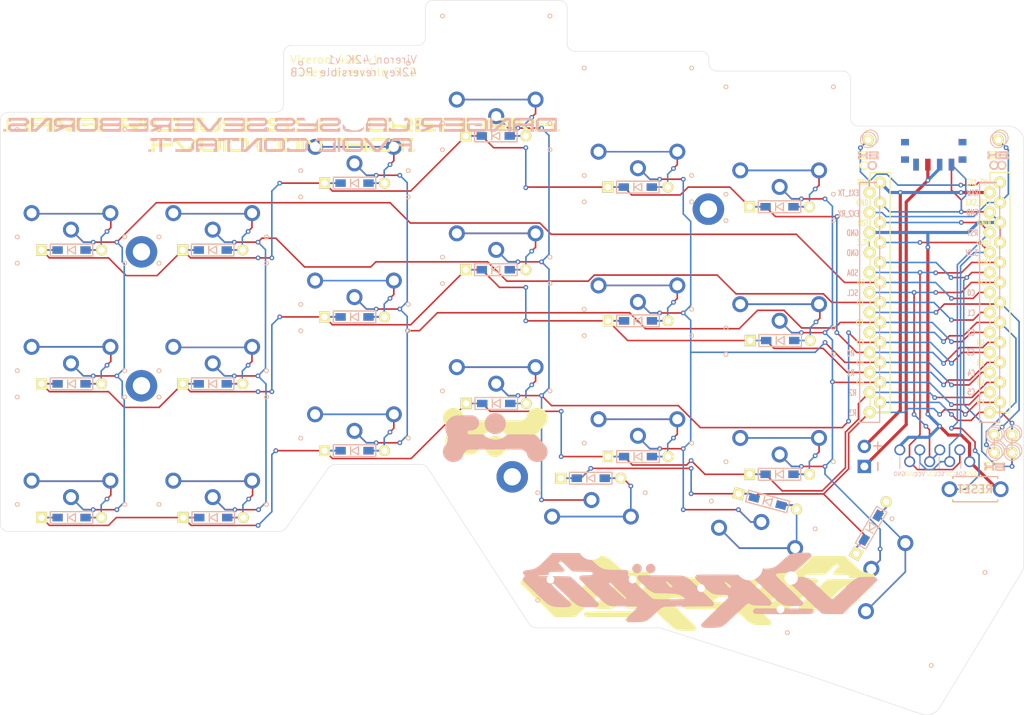
<source format=kicad_pcb>
(kicad_pcb (version 20241229) (generator "pcbnew") (generator_version "9.0")
  (layers (0 "F.Cu" signal) (2 "B.Cu" signal) (13 "F.Paste" user) (15 "B.Paste" user) (5 "F.SilkS" user "F.Silkscreen") (7 "B.SilkS" user "B.Silkscreen") (1 "F.Mask" user) (3 "B.Mask" user) (25 "Edge.Cuts" user))
  (net 0 "")
  (net 1 "GND")
  (net 2 "SDA")
  (net 3 "SCL")
  (net 4 "R0")
  (net 5 "R1")
  (net 6 "R2")
  (net 7 "R3")
  (net 8 "BAT+")
  (net 9 "RSET")
  (net 10 "VCC")
  (net 11 "C0")
  (net 12 "C1")
  (net 13 "C2")
  (net 14 "C3")
  (net 15 "C4")
  (net 16 "C5")
  (net 17 "BAT-")
  (net 18 "Net-(D2-Pad2)")
  (net 19 "Net-(D3-Pad2)")
  (net 20 "Net-(D4-Pad2)")
  (net 21 "Net-(D5-Pad2)")
  (net 22 "Net-(D6-Pad2)")
  (net 23 "Net-(D8-Pad2)")
  (net 24 "Net-(D9-Pad2)")
  (net 25 "Net-(D10-Pad2)")
  (net 26 "Net-(D11-Pad2)")
  (net 27 "Net-(D12-Pad2)")
  (net 28 "Net-(D14-Pad2)")
  (net 29 "Net-(D15-Pad2)")
  (net 30 "Net-(D16-Pad2)")
  (net 31 "Net-(D17-Pad2)")
  (net 32 "Net-(D18-Pad2)")
  (net 33 "Net-(D19-Pad2)")
  (net 34 "Net-(D20-Pad2)")
  (net 35 "Net-(D21-Pad2)")
  (net 36 "Net-(D1-Pad2)")
  (net 37 "Net-(D7-Pad2)")
  (net 38 "Net-(D13-Pad2)")
  (net 39 "EX2")
  (net 40 "EX3")
  (net 41 "EX1")
  (net 42 "EX4")
  (net 43 "EX5")
  (net 44 "EX6")
  (footprint "vireon:SW_PG1350_reversible" (layer "F.Cu") (at 110.242 51.083)
    (property "Reference" "SW4" (hide yes))
    (property "Value" "SW_PUSH" (hide yes))
  )
  (footprint "vireon:1pin_conn" (layer "F.Cu") (at 173.5 97.5)
    (property "Reference" "**" (hide yes))
    (property "Value" "Val**" (hide yes))
  )
  (footprint "vireon:OLED" (layer "F.Cu") (at 165.3136 99.398)
    (property "Reference" "OLED" (hide yes))
    (property "Value" "OLED" (hide yes))
  )
  (footprint "vireon:D3_TH_SMD" (layer "F.Cu") (at 92.25 99.5)
    (property "Reference" "D18" (hide yes))
    (property "Value" "D" (hide yes))
  )
  (footprint "vireon:SW_PG1350_reversible" (layer "F.Cu") (at 110.242 68.083)
    (property "Reference" "SW10" (hide yes))
    (property "Value" "SW_PUSH" (hide yes))
  )
  (footprint "vireon:SW_PG1350_reversible" (layer "F.Cu") (at 92.242 91.083)
    (property "Reference" "SW15" (hide yes))
    (property "Value" "SW_PUSH" (hide yes))
  )
  (footprint "vireon:D3_TH_SMD" (layer "F.Cu") (at 146.225 102.5)
    (property "Reference" "D18" (hide yes))
    (property "Value" "D" (hide yes))
  )
  (footprint "vireon:ProMicro_v2.1" (layer "F.Cu") (at 166.5636 79.898)
    (property "Reference" "U1" (hide yes))
    (property "Value" "ProMicro" (hide yes))
  )
  (footprint "kbd:LEGO_HOLE" (layer "F.Cu") (at 112.284 102.823)
    (property "Reference" "h4" (hide yes))
    (property "Value" "h4")
  )
  (footprint "vireon:EX" (layer "F.Cu") (at 173.5 101.5)
    (property "Reference" "G***" (hide yes))
    (property "Value" "LOGO" (hide yes))
  )
  (footprint "vireon:1pin_conn" (layer "F.Cu") (at 157.5 60)
    (property "Reference" "**" (hide yes))
    (property "Value" "Val**" (hide yes))
  )
  (footprint "vireon:1pin_conn" (layer "F.Cu") (at 175.75 99.75)
    (property "Reference" "**" (hide yes))
    (property "Value" "Val**" (hide yes))
  )
  (footprint "vireon:SW_PG1350_reversible" (layer "F.Cu") (at 110.242 85.083)
    (property "Reference" "SW16" (hide yes))
    (property "Value" "SW_PUSH" (hide yes))
  )
  (footprint "vireon:D3_TH_SMD" (layer "F.Cu") (at 110.19 76.5)
    (property "Reference" "D18" (hide yes))
    (property "Value" "D" (hide yes))
  )
  (footprint "vireon:D3_TH_SMD" (layer "F.Cu") (at 144.714518 105.959404 -15)
    (property "Reference" "D18" (hide yes))
    (property "Value" "D" (hide yes))
  )
  (footprint "vireon:SW_PG1350_reversible" (layer "F.Cu") (at 146.242 77.083)
    (property "Reference" "SW12" (hide yes))
    (property "Value" "SW_PUSH" (hide yes))
  )
  (footprint "vireon:mx_logo" (layer "F.Cu") (at 110 97.5)
    (property "Reference" "G***" (hide yes))
    (property "Value" "LOGO" (hide yes))
  )
  (footprint "vireon:SW_PG1350_reversible" (layer "F.Cu") (at 162.992 117.473 -120)
    (property "Reference" "SW21" (hide yes))
    (property "Value" "SW_PUSH" (hide yes))
  )
  (footprint "vireon:vireon_logo" (layer "F.Cu") (at 135.25 117.5)
    (property "Reference" "G***")
    (property "Value" "LOGO" (hide yes))
  )
  (footprint "vireon:D3_TH_SMD" (layer "F.Cu") (at 122.25 103)
    (property "Reference" "D18" (hide yes))
    (property "Value" "D" (hide yes))
  )
  (footprint "vireon:D3_TH_SMD" (layer "F.Cu") (at 92.25 82.5)
    (property "Reference" "D18" (hide yes))
    (property "Value" "D" (hide yes))
  )
  (footprint "vireon:EX" (layer "F.Cu") (at 174 62)
    (property "Reference" "G***" (hide yes))
    (property "Value" "LOGO" (hide yes))
  )
  (footprint "vireon:D3_TH_SMD" (layer "F.Cu") (at 92.25 65.5)
    (property "Reference" "D18" (hide yes))
    (property "Value" "D" (hide yes))
  )
  (footprint "vireon:D3_TH_SMD" (layer "F.Cu") (at 128.225 66)
    (property "Reference" "D18" (hide yes))
    (property "Value" "D" (hide yes))
  )
  (footprint "vireon:SW_PG1350_reversible" (layer "F.Cu") (at 56.242 99.508)
    (property "Reference" "SW2" (hide yes))
    (property "Value" "SW_PUSH" (hide yes))
  )
  (footprint "vireon:ResetSW" (layer "F.Cu") (at 171.0636 104.398 180)
    (property "Reference" "RSW1" (hide yes))
    (property "Value" "SW_PUSH" (hide yes))
  )
  (footprint "vireon:D3_TH_SMD" (layer "F.Cu") (at 157.8625 109.287195 60)
    (property "Reference" "D18" (hide yes))
    (property "Value" "D" (hide yes))
  )
  (footprint "vireon:D3_TH_SMD" (layer "F.Cu") (at 56.31 74)
    (property "Reference" "D18" (hide yes))
    (property "Value" "D" (hide yes))
  )
  (footprint "vireon:D3_TH_SMD" (layer "F.Cu") (at 74.2325 91)
    (property "Reference" "D18" (hide yes))
    (property "Value" "D" (hide yes))
  )
  (footprint "vireon:SW_PG1350_reversible" (layer "F.Cu") (at 74.242 65.508)
    (property "Reference" "SW2" (hide yes))
    (property "Value" "SW_PUSH" (hide yes))
  )
  (footprint "vireon:EX" (layer "F.Cu") (at 157.5 62)
    (property "Reference" "G***" (hide yes))
    (property "Value" "LOGO" (hide yes))
  )
  (footprint "vireon:SW_PG1350_reversible" (layer "F.Cu") (at 74.242 82.508)
    (property "Reference" "SW8" (hide yes))
    (property "Value" "SW_PUSH" (hide yes))
  )
  (footprint "vireon:SW_PG1350_reversible" (layer "F.Cu") (at 142.392 114.263 165)
    (property "Reference" "SW20" (hide yes))
    (property "Value" "SW_PUSH" (hide yes))
  )
  (footprint "vireon:SW_PG1350_reversible" (layer "F.Cu") (at 92.242 57.083)
    (property "Reference" "SW3" (hide yes))
    (property "Value" "SW_PUSH" (hide yes))
  )
  (footprint "vireon:D3_TH_SMD" (layer "F.Cu") (at 56.31 108)
    (property "Reference" "D18" (hide yes))
    (property "Value" "D" (hide yes))
  )
  (footprint "vireon:SW_PG1350_reversible" (layer "F.Cu") (at 74.242 99.508)
    (property "Reference" "SW14" (hide yes))
    (property "Value" "SW_PUSH" (hide yes))
  )
  (footprint "vireon:1pin_conn" (layer "F.Cu") (at 173.5 99.75)
    (property "Reference" "**" (hide yes))
    (property "Value" "Val**" (hide yes))
  )
  (footprint "vireon:warning" (layer "F.Cu") (at 82.25 59.5)
    (property "Reference" "G***" (hide yes))
    (property "Value" "LOGO" (hide yes))
  )
  (footprint "vireon:D3_TH_SMD" (layer "F.Cu") (at 56.31 91)
    (property "Reference" "D18" (hide yes))
    (property "Value" "D" (hide yes))
  )
  (footprint "vireon:1pin_conn" (layer "F.Cu") (at 174 60)
    (property "Reference" "**" (hide yes))
    (property "Value" "Val**" (hide yes))
  )
  (footprint "" (layer "F.Cu") (at 65.192 91.251)
    (property "Reference" "")
    (property "Value" "")
  )
  (footprint "vireon:D3_TH_SMD" (layer "F.Cu") (at 110.19 59.5)
    (property "Reference" "D18" (hide yes))
    (property "Value" "D" (hide yes))
  )
  (footprint "vireon:D3_TH_SMD" (layer "F.Cu") (at 128.25 83)
    (property "Reference" "D18" (hide yes))
    (property "Value" "D" (hide yes))
  )
  (footprint "vireon:SW_PG1350_reversible" (layer "F.Cu") (at 128.242 74.703)
    (property "Reference" "SW11" (hide yes))
    (property "Value" "SW_PUSH" (hide yes))
  )
  (footprint "vireon:power_switch_padreverse" (layer "F.Cu") (at 165.8136 61.398 180)
    (property "Reference" "PSW1" (hide yes))
    (property "Value" "power_switch_padreverse" (hide yes))
  )
  (footprint "vireon:SW_PG1350_reversible" (layer "F.Cu") (at 146.242 60.083)
    (property "Reference" "SW6" (hide yes))
    (property "Value" "SW_PUSH" (hide yes))
  )
  (footprint "vireon:SW_PG1350_reversible" (layer "F.Cu") (at 56.242 65.508)
    (property "Reference" "SW2" (hide yes))
    (property "Value" "SW_PUSH" (hide yes))
  )
  (footprint "" (layer "F.Cu") (at 65.192 74.233)
    (property "Reference" "")
    (property "Value" "")
  )
  (footprint "vireon:SW_PG1350_reversible" (layer "F.Cu") (at 146.242 94.083)
    (property "Reference" "SW18" (hide yes))
    (property "Value" "SW_PUSH" (hide yes))
  )
  (footprint "vireon:SW_PG1350_reversible" (layer "F.Cu") (at 56.242 82.508)
    (property "Reference" "SW2" (hide yes))
    (property "Value" "SW_PUSH" (hide yes))
  )
  (footprint "vireon:SW_PG1350_reversible" (layer "F.Cu") (at 122.342 111.673 180)
    (property "Reference" "SW19" (hide yes))
    (property "Value" "SW_PUSH" (hide yes))
  )
  (footprint "vireon:D3_TH_SMD" (layer "F.Cu") (at 74.31 108)
    (property "Reference" "D18" (hide yes))
    (property "Value" "D" (hide yes))
  )
  (footprint "vireon:SW_PG1350_reversible" (layer "F.Cu") (at 128.242 91.708)
    (property "Reference" "SW17" (hide yes))
    (property "Value" "SW_PUSH" (hide yes))
  )
  (footprint "vireon:1pin_conn" (layer "F.Cu") (at 175.75 97.5)
    (property "Reference" "**" (hide yes))
    (property "Value" "Val**" (hide yes))
  )
  (footprint "vireon:D3_TH_SMD" (layer "F.Cu") (at 110.25 93.5)
    (property "Reference" "D18" (hide yes))
    (property "Value" "D" (hide yes))
  )
  (footprint "vireon:SW_PG1350_reversible" (layer "F.Cu") (at 128.242 57.703)
    (property "Reference" "SW5" (hide yes))
    (property "Value" "SW_PUSH" (hide yes))
  )
  (footprint "vireon:D3_TH_SMD" (layer "F.Cu") (at 74.2325 74)
    (property "Reference" "D18" (hide yes))
    (property "Value" "D" (hide yes))
  )
  (footprint "vireon:D3_TH_SMD" (layer "F.Cu") (at 146.31 85.5)
    (property "Reference" "D18" (hide yes))
    (property "Value" "D" (hide yes))
  )
  (footprint "vireon:D3_TH_SMD" (layer "F.Cu") (at 128.25 100.25)
    (property "Reference" "D18" (hide yes))
    (property "Value" "D" (hide yes))
  )
  (footprint "kbd:LEGO_HOLE" (layer "F.Cu") (at 137.192 68.808)
    (property "Reference" "h4" (hide yes))
    (property "Value" "h4" (hide yes))
  )
  (footprint "vireon:SW_PG1350_reversible" (layer "F.Cu") (at 92.242 74.083)
    (property "Reference" "SW9" (hide yes))
    (property "Value" "SW_PUSH" (hide yes))
  )
  (footprint "vireon:D3_TH_SMD" (layer "F.Cu") (at 146.225 68.5)
    (property "Reference" "D18" (hide yes))
    (property "Value" "D" (hide yes))
  )
  (footprint "kbd:Battery_TH" (layer "F.Cu") (at 157 101.5 180)
    (property "Reference" "J3" (hide yes))
    (property "Value" "Conn_01x02_Female" (hide yes))
  )
  (footprint "vireon:OLED" (layer "F.Cu") (at 166.5636 100.898)
    (property "Reference" "J3" (hide yes))
    (property "Value" "OLED" (hide yes))
  )
  (footprint "vireon:EX" (layer "B.Cu") (at 173.572865 101.569097 180)
    (property "Reference" "G***" (hide yes))
    (property "Value" "LOGO" (hide yes))
  )
  (footprint "vireon:EX" (layer "B.Cu") (at 157.5 62 180)
    (property "Reference" "G***" (hide yes))
    (property "Value" "LOGO" (hide yes))
  )
  (footprint "vireon:EX" (layer "B.Cu") (at 173.948183 61.975188 180)
    (property "Reference" "G***" (hide yes))
    (property "Value" "LOGO" (hide yes))
  )
  (footprint "vireon:warning" (layer "B.Cu") (at 83.75 59.5 180)
    (property "Reference" "G***" (hide yes))
    (property "Value" "LOGO" (hide yes))
  )
  (footprint "vireon:mx_logo" (layer "B.Cu") (at 110 97.5)
    (property "Reference" "G***" (hide yes))
    (property "Value" "LOGO" (hide yes))
  )
  (gr_circle (center 157 63.25) (end 157.5 63.25) (stroke (width 0.2)) (fill no) (layer "F.SilkS"))
  (gr_line (start 175.75 97.5) (end 175.75 99.75) (stroke (width 0.1)) (layer "F.SilkS"))
  (gr_line (start 173.5 97.5) (end 173.5 99.75) (stroke (width 0.1)) (layer "F.SilkS"))
  (gr_circle (center 174.5 63.25) (end 175 63.25) (stroke (width 0.2)) (fill no) (layer "F.SilkS"))
  (gr_circle (center 173.5 63.25) (end 174 63.25) (stroke (width 0.2)) (fill no) (layer "F.SilkS"))
  (gr_line (start 175.75 99.75) (end 173.5 97.5) (stroke (width 0.1)) (layer "F.SilkS"))
  (gr_line (start 173.5 97.5) (end 173.5 99.75) (stroke (width 0.1)) (layer "B.SilkS"))
  (gr_circle (center 173.448183 63.225188) (end 172.948183 63.225188) (stroke (width 0.2)) (fill no) (layer "B.SilkS"))
  (gr_line (start 161.5 100.25) (end 161.5 101.75) (stroke (width 0.1)) (layer "B.SilkS"))
  (gr_circle (center 158 63.25) (end 157.5 63.25) (stroke (width 0.2)) (fill no) (layer "B.SilkS"))
  (gr_circle (center 174.448183 63.225188) (end 173.948183 63.225188) (stroke (width 0.2)) (fill no) (layer "B.SilkS"))
  (gr_line (start 164 100.25) (end 164 101.75) (stroke (width 0.1)) (layer "B.SilkS"))
  (gr_line (start 166.5 100.25) (end 166.5 101.75) (stroke (width 0.1)) (layer "B.SilkS"))
  (gr_line (start 173.5 97.5) (end 175.75 99.75) (stroke (width 0.1)) (layer "B.SilkS"))
  (gr_line (start 169.25 100.25) (end 169.25 101.75) (stroke (width 0.1)) (layer "B.SilkS"))
  (gr_line (start 175.75 97.5) (end 175.75 99.75) (stroke (width 0.1)) (layer "B.SilkS"))
  (gr_arc (start 156.25 58.25) (mid 155.542893 57.957107) (end 155.25 57.25) (stroke (width 0.05)) (layer "Edge.Cuts"))
  (gr_arc (start 101.25 43.25) (mid 101.542893 42.542893) (end 102.25 42.25) (stroke (width 0.05)) (layer "Edge.Cuts"))
  (gr_line (start 137.25 49.75) (end 137.25 50.25) (stroke (width 0.05)) (layer "Edge.Cuts"))
  (gr_arc (start 175.25 58.25) (mid 176.664214 58.835786) (end 177.25 60.25) (stroke (width 0.05)) (layer "Edge.Cuts"))
  (gr_line (start 89.768156 101.25) (end 100.707588 101.25) (stroke (width 0.05)) (layer "Edge.Cuts"))
  (gr_arc (start 154.25 51.25) (mid 154.957107 51.542893) (end 155.25 52.25) (stroke (width 0.05)) (layer "Edge.Cuts"))
  (gr_line (start 177.25 60.25) (end 177.25 113.941873) (stroke (width 0.05)) (layer "Edge.Cuts"))
  (gr_line (start 82.25 56.5) (end 48.25 56.5) (stroke (width 0.05)) (layer "Edge.Cuts"))
  (gr_arc (start 130.687798 122) (mid 130.996265 122.023931) (end 131.297349 122.095152) (stroke (width 0.05)) (layer "Edge.Cuts"))
  (gr_arc (start 83.25 55.5) (mid 82.957107 56.207107) (end 82.25 56.5) (stroke (width 0.05)) (layer "Edge.Cuts"))
  (gr_line (start 48.25 109.75) (end 82.731844 109.75) (stroke (width 0.05)) (layer "Edge.Cuts"))
  (gr_arc (start 100.707588 101.25) (mid 101.184378 101.370983) (end 101.545801 101.704657) (stroke (width 0.05)) (layer "Edge.Cuts"))
  (gr_line (start 118.25 42.25) (end 102.25 42.25) (stroke (width 0.05)) (layer "Edge.Cuts"))
  (gr_line (start 136.25 48.75) (end 120.25 48.75) (stroke (width 0.05)) (layer "Edge.Cuts"))
  (gr_arc (start 83.548812 109.326683) (mid 83.191911 109.637902) (end 82.731844 109.75) (stroke (width 0.05)) (layer "Edge.Cuts"))
  (gr_arc (start 177.25 113.941873) (mid 177.176396 114.47946) (end 176.961 114.977478) (stroke (width 0.05)) (layer "Edge.Cuts"))
  (gr_arc (start 118.25 42.25) (mid 118.957107 42.542893) (end 119.25 43.25) (stroke (width 0.05)) (layer "Edge.Cuts"))
  (gr_arc (start 83.25 49) (mid 83.542893 48.292893) (end 84.25 48) (stroke (width 0.05)) (layer "Edge.Cuts"))
  (gr_arc (start 48.25 109.75) (mid 47.542893 109.457107) (end 47.25 108.75) (stroke (width 0.05)) (layer "Edge.Cuts"))
  (gr_line (start 176.961 114.977478) (end 166.585411 132.119756) (stroke (width 0.05)) (layer "Edge.Cuts"))
  (gr_line (start 131.297349 122.095152) (end 149.75 128) (stroke (width 0.05)) (layer "Edge.Cuts"))
  (gr_arc (start 136.25 48.75) (mid 136.957107 49.042893) (end 137.25 49.75) (stroke (width 0.05)) (layer "Edge.Cuts"))
  (gr_arc (start 101.25 47) (mid 100.957107 47.707107) (end 100.25 48) (stroke (width 0.05)) (layer "Edge.Cuts"))
  (gr_line (start 154.25 51.25) (end 138.25 51.25) (stroke (width 0.05)) (layer "Edge.Cuts"))
  (gr_line (start 175.25 58.25) (end 156.25 58.25) (stroke (width 0.05)) (layer "Edge.Cuts"))
  (gr_line (start 83.25 49) (end 83.25 55.5) (stroke (width 0.05)) (layer "Edge.Cuts"))
  (gr_line (start 83.548812 109.326683) (end 88.951188 101.673317) (stroke (width 0.05)) (layer "Edge.Cuts"))
  (gr_line (start 119.25 47.75) (end 119.25 43.25) (stroke (width 0.05)) (layer "Edge.Cuts"))
  (gr_line (start 115.292412 122) (end 130.687798 122) (stroke (width 0.05)) (layer "Edge.Cuts"))
  (gr_line (start 101.25 43.25) (end 101.25 47) (stroke (width 0.05)) (layer "Edge.Cuts"))
  (gr_arc (start 88.951188 101.673317) (mid 89.308089 101.362098) (end 89.768156 101.25) (stroke (width 0.05)) (layer "Edge.Cuts"))
  (gr_line (start 47.25 57.5) (end 47.25 108.75) (stroke (width 0.05)) (layer "Edge.Cuts"))
  (gr_arc (start 120.25 48.75) (mid 119.542893 48.457107) (end 119.25 47.75) (stroke (width 0.05)) (layer "Edge.Cuts"))
  (gr_arc (start 115.292412 122) (mid 114.815622 121.879017) (end 114.454199 121.545343) (stroke (width 0.05)) (layer "Edge.Cuts"))
  (gr_line (start 155.25 57.25) (end 155.25 52.25) (stroke (width 0.05)) (layer "Edge.Cuts"))
  (gr_arc (start 166.585411 132.119756) (mid 165.555902 132.964462) (end 164.224252 132.975524) (stroke (width 0.05)) (layer "Edge.Cuts"))
  (gr_arc (start 138.25 51.25) (mid 137.542893 50.957107) (end 137.25 50.25) (stroke (width 0.05)) (layer "Edge.Cuts"))
  (gr_line (start 100.25 48) (end 84.25 48) (stroke (width 0.05)) (layer "Edge.Cuts"))
  (gr_arc (start 47.25 57.5) (mid 47.542893 56.792893) (end 48.25 56.5) (stroke (width 0.05)) (layer "Edge.Cuts"))
  (gr_line (start 101.545801 101.704657) (end 114.454199 121.545343) (stroke (width 0.05)) (layer "Edge.Cuts"))
  (gr_line (start 149.75 128) (end 164.224252 132.975524) (stroke (width 0.05)) (layer "Edge.Cuts"))
  (gr_text "VCC" (at 167.25 102.798 0) (layer "F.SilkS") (effects (font (size 0.5 0.5) (thickness 0.0625)) (justify left bottom)))
  (gr_text "GND" (at 169.75 102.75 0) (layer "F.SilkS") (effects (font (size 0.5 0.5) (thickness 0.0625)) (justify left bottom)))
  (gr_text "SDA" (at 162 102.75 0) (layer "F.SilkS") (effects (font (size 0.5 0.5) (thickness 0.0625)) (justify left bottom)))
  (gr_text "Vireron_42K v1\n42key reversible PCB" (at 84 52 0) (layer "F.SilkS") (effects (font (size 1 1) (thickness 0.1)) (justify left bottom)))
  (gr_text "SCL" (at 164.75 102.75 0) (layer "F.SilkS") (effects (font (size 0.5 0.5) (thickness 0.0625)) (justify left bottom)))
  (gr_text "Vireron_42K v1\n42key reversible PCB" (at 100.25 52 0) (layer "B.SilkS") (effects (font (size 1 1) (thickness 0.1)) (justify left bottom mirror)))
  (gr_text "VCC" (at 164.75 102.798 0) (layer "B.SilkS") (effects (font (size 0.5 0.5) (thickness 0.0625)) (justify left bottom mirror)))
  (gr_text "GND" (at 162.25 102.75 0) (layer "B.SilkS") (effects (font (size 0.5 0.5) (thickness 0.0625)) (justify left bottom mirror)))
  (gr_text "SDA" (at 170 102.75 0) (layer "B.SilkS") (effects (font (size 0.5 0.5) (thickness 0.0625)) (justify left bottom mirror)))
  (gr_text "SCL" (at 167.25 102.75 0) (layer "B.SilkS") (effects (font (size 0.5 0.5) (thickness 0.0625)) (justify left bottom mirror)))
  (segment (start 167.6846 97.519) (end 169.30165 97.519) (width 0.4) (layer "F.Cu") (net 1))
  (segment (start 170.3536 98.57095) (end 170.3536 100.898) (width 0.4) (layer "F.Cu") (net 1))
  (segment (start 169.30165 97.519) (end 170.3536 98.57095) (width 0.4) (layer "F.Cu") (net 1))
  (segment (start 165.0636 73.648) (end 165.0636 94.858) (width 0.4) (layer "F.Cu") (net 1))
  (segment (start 174.22 70.5) (end 174.22 73.04) (width 0.2) (layer "F.Cu") (net 1))
  (segment (start 168.0636 66.398) (end 169.3136 67.648) (width 0.2) (layer "F.Cu") (net 1))
  (segment (start 173.898 104.398) (end 174.3136 104.398) (width 0.4) (layer "F.Cu") (net 1))
  (segment (start 170.3536 100.898) (end 170.398 100.898) (width 0.4) (layer "F.Cu") (net 1))
  (segment (start 169.3136 67.648) (end 169.3136 69.148) (width 0.2) (layer "F.Cu") (net 1))
  (segment (start 170.398 100.898) (end 173.898 104.398) (width 0.4) (layer "F.Cu") (net 1))
  (segment (start 172.8316 69.148) (end 172.9136 69.23) (width 0.2) (layer "F.Cu") (net 1))
  (segment (start 168.0636 63.148) (end 168.0636 66.398) (width 0.2) (layer "F.Cu") (net 1))
  (segment (start 169.3136 69.148) (end 172.8316 69.148) (width 0.2) (layer "F.Cu") (net 1))
  (segment (start 166.5636 96.398) (end 167.6846 97.519) (width 0.4) (layer "F.Cu") (net 1))
  (via (at 166.5636 96.398) (size 0.6) (drill 0.3) (layers "F.Cu" "B.Cu") (net 1))
  (via (at 169.3136 69.148) (size 0.6) (drill 0.3) (layers "F.Cu" "B.Cu") (net 1))
  (via (at 165.0636 94.858) (size 0.6) (drill 0.3) (layers "F.Cu" "B.Cu") (net 1))
  (via (at 165.0636 73.648) (size 0.6) (drill 0.3) (layers "F.Cu" "B.Cu") (net 1))
  (segment (start 165.0636 94.898) (end 166.5636 96.398) (width 0.4) (layer "B.Cu") (net 1))
  (segment (start 160.188 69.148) (end 159 67.96) (width 0.2) (layer "B.Cu") (net 1))
  (segment (start 169.8726 67.089) (end 169.3136 67.648) (width 0.2) (layer "B.Cu") (net 1))
  (segment (start 174.22 70.5) (end 171.4616 70.5) (width 0.4) (layer "B.Cu") (net 1))
  (segment (start 169.8726 64.957) (end 169.8726 67.089) (width 0.2) (layer "B.Cu") (net 1))
  (segment (start 169.3136 69.148) (end 160.188 69.148) (width 0.2) (layer "B.Cu") (net 1))
  (segment (start 161.5036 98.898) (end 162.6046 97.797) (width 0.4) (layer "B.Cu") (net 1))
  (segment (start 165.0636 71.77) (end 157.6736 71.77) (width 0.4) (layer "B.Cu") (net 1))
  (segment (start 162.6046 97.797) (end 165.1646 97.797) (width 0.4) (layer "B.Cu") (net 1))
  (segment (start 171.4616 70.5) (end 170.1916 71.77) (width 0.4) (layer "B.Cu") (net 1))
  (segment (start 170.1916 71.77) (end 165.0636 71.77) (width 0.4) (layer "B.Cu") (net 1))
  (segment (start 165.1646 97.797) (end 166.5636 96.398) (width 0.4) (layer "B.Cu") (net 1))
  (segment (start 169.3136 67.648) (end 169.3136 69.148) (width 0.2) (layer "B.Cu") (net 1))
  (segment (start 172.9136 69.23) (end 172.95 69.23) (width 0.2) (layer "B.Cu") (net 1))
  (segment (start 165.0636 71.77) (end 165.0636 73.648) (width 0.4) (layer "B.Cu") (net 1))
  (segment (start 172.95 69.23) (end 174.22 70.5) (width 0.2) (layer "B.Cu") (net 1))
  (segment (start 165.0636 94.858) (end 165.0636 94.898) (width 0.4) (layer "B.Cu") (net 1))
  (segment (start 168.0636 63.148) (end 169.8726 64.957) (width 0.2) (layer "B.Cu") (net 1))
  (segment (start 157.6736 71.77) (end 157.6736 74.31) (width 0.2) (layer "B.Cu") (net 1))
  (segment (start 170.6316 75.58) (end 174.22 75.58) (width 0.2) (layer "F.Cu") (net 2))
  (segment (start 164.0636 97.462372) (end 162.7336 98.792372) (width 0.2) (layer "F.Cu") (net 2))
  (segment (start 169.3136 76.898) (end 170.6316 75.58) (width 0.2) (layer "F.Cu") (net 2))
  (segment (start 162.7336 100.898) (end 163.7346 101.899) (width 0.2) (layer "F.Cu") (net 2))
  (segment (start 163.7346 101.899) (end 168.228228 101.899) (width 0.2) (layer "F.Cu") (net 2))
  (segment (start 168.228228 101.899) (end 169.1236 101.003628) (width 0.2) (layer "F.Cu") (net 2))
  (segment (start 169.1236 99.398) (end 169.1236 101.003628) (width 0.2) (layer "F.Cu") (net 2))
  (segment (start 162.7336 98.792372) (end 162.7336 100.898) (width 0.2) (layer "F.Cu") (net 2))
  (segment (start 166.0636 76.898) (end 169.3136 76.898) (width 0.2) (layer "F.Cu") (net 2))
  (segment (start 164.0636 76.85) (end 164.0636 97.462372) (width 0.2) (layer "F.Cu") (net 2))
  (via (at 166.0636 76.898) (size 0.6) (drill 0.3) (layers "F.Cu" "B.Cu") (net 2))
  (via (at 164.0636 76.85) (size 0.6) (drill 0.3) (layers "F.Cu" "B.Cu") (net 2))
  (segment (start 157.6736 76.85) (end 164.0636 76.85) (width 0.2) (layer "B.Cu") (net 2))
  (segment (start 166.0156 76.85) (end 166.0636 76.898) (width 0.2) (layer "B.Cu") (net 2))
  (segment (start 164.0636 76.85) (end 166.0156 76.85) (width 0.2) (layer "B.Cu") (net 2))
  (segment (start 166.0636 79.398) (end 169.3136 79.398) (width 0.2) (layer "F.Cu") (net 3))
  (segment (start 163.3136 79.39) (end 163.3136 94.898) (width 0.2) (layer "F.Cu") (net 3))
  (segment (start 169.3136 79.398) (end 170.5916 78.12) (width 0.2) (layer "F.Cu") (net 3))
  (segment (start 165.2736 96.858) (end 165.2736 100.898) (width 0.2) (layer "F.Cu") (net 3))
  (segment (start 170.5916 78.12) (end 174.22 78.12) (width 0.2) (layer "F.Cu") (net 3))
  (segment (start 164.8136 96.398) (end 165.2736 96.858) (width 0.2) (layer "F.Cu") (net 3))
  (via (at 163.3136 94.898) (size 0.6) (drill 0.3) (layers "F.Cu" "B.Cu") (net 3))
  (via (at 164.8136 96.398) (size 0.6) (drill 0.3) (layers "F.Cu" "B.Cu") (net 3))
  (via (at 163.3136 79.39) (size 0.6) (drill 0.3) (layers "F.Cu" "B.Cu") (net 3))
  (via (at 166.0636 79.398) (size 0.6) (drill 0.3) (layers "F.Cu" "B.Cu") (net 3))
  (segment (start 165.2936 100.898) (end 166.5836 99.608) (width 0.2) (layer "B.Cu") (net 3))
  (segment (start 166.5836 99.608) (end 166.5836 99.398) (width 0.2) (layer "B.Cu") (net 3))
  (segment (start 164.8136 96.398) (end 163.3136 94.898) (width 0.2) (layer "B.Cu") (net 3))
  (segment (start 157.6736 79.39) (end 163.3136 79.39) (width 0.2) (layer "B.Cu") (net 3))
  (segment (start 166.0556 79.39) (end 166.0636 79.398) (width 0.2) (layer "B.Cu") (net 3))
  (segment (start 163.3136 79.39) (end 166.0556 79.39) (width 0.2) (layer "B.Cu") (net 3))
  (segment (start 106.38 59.5) (end 99.3805 66.4995) (width 0.2) (layer "F.Cu") (net 4))
  (segment (start 71.4225 75) (end 70.4225 74) (width 0.2) (layer "F.Cu") (net 4))
  (segment (start 134.622947 66) (end 139.915 66) (width 0.2) (layer "F.Cu") (net 4))
  (segment (start 144.45 68.5) (end 142.415 68.5) (width 0.2) (layer "F.Cu") (net 4))
  (segment (start 89.4395 66.4995) (end 88.44 65.5) (width 0.2) (layer "F.Cu") (net 4))
  (segment (start 127.4495 66.9995) (end 133.623447 66.9995) (width 0.2) (layer "F.Cu") (net 4))
  (segment (start 139.915 66) (end 142.415 68.5) (width 0.2) (layer "F.Cu") (net 4))
  (segment (start 63.25 77.25) (end 61 75) (width 0.2) (layer "F.Cu") (net 4))
  (segment (start 153.5 84.5) (end 156.01 87.01) (width 0.2) (layer "F.Cu") (net 4))
  (segment (start 61 75) (end 53.5 75) (width 0.2) (layer "F.Cu") (net 4))
  (segment (start 109.915 61) (end 108.415 59.5) (width 0.2) (layer "F.Cu") (net 4))
  (segment (start 99.3805 66.4995) (end 89.4395 66.4995) (width 0.2) (layer "F.Cu") (net 4))
  (segment (start 80 75) (end 81.75 75) (width 0.2) (layer "F.Cu") (net 4))
  (segment (start 153.5439 69.75) (end 145.7 69.75) (width 0.2) (layer "F.Cu") (net 4))
  (segment (start 133.623447 66.9995) (end 134.622947 66) (width 0.2) (layer "F.Cu") (net 4))
  (segment (start 114 61) (end 109.915 61) (width 0.2) (layer "F.Cu") (net 4))
  (segment (start 172.68029 85.74) (end 174.22 85.74) (width 0.2) (layer "F.Cu") (net 4))
  (segment (start 169.087863 86.398) (end 172.02229 86.398) (width 0.2) (layer "F.Cu") (net 4))
  (segment (start 67.1725 77.25) (end 63.25 77.25) (width 0.2) (layer "F.Cu") (net 4))
  (segment (start 172.02229 86.398) (end 172.68029 85.74) (width 0.2) (layer "F.Cu") (net 4))
  (segment (start 70.4225 74) (end 72.4575 74) (width 0.2) (layer "F.Cu") (net 4))
  (segment (start 106.38 59.5) (end 108.415 59.5) (width 0.2) (layer "F.Cu") (net 4))
  (segment (start 82.75 65.5) (end 88.44 65.5) (width 0.2) (layer "F.Cu") (net 4))
  (segment (start 167.0636 88.422263) (end 167.239334 88.422263) (width 0.2) (layer "F.Cu") (net 4))
  (segment (start 167.0636 88.422263) (end 167.189394 88.422263) (width 0.2) (layer "F.Cu") (net 4))
  (segment (start 145.7 69.75) (end 144.45 68.5) (width 0.2) (layer "F.Cu") (net 4))
  (segment (start 88.44 65.5) (end 90.475 65.5) (width 0.2) (layer "F.Cu") (net 4))
  (segment (start 53.5 75) (end 52.5 74) (width 0.2) (layer "F.Cu") (net 4))
  (segment (start 114.078612 66) (end 124.415 66) (width 0.2) (layer "F.Cu") (net 4))
  (segment (start 156.01 87.01) (end 157.6736 87.01) (width 0.2) (layer "F.Cu") (net 4))
  (segment (start 124.415 66) (end 126.45 66) (width 0.2) (layer "F.Cu") (net 4))
  (segment (start 126.45 66) (end 127.4495 66.9995) (width 0.2) (layer "F.Cu") (net 4))
  (segment (start 52.5 74) (end 54.535 74) (width 0.2) (layer "F.Cu") (net 4))
  (segment (start 114 66.078612) (end 114.078612 66) (width 0.2) (layer "F.Cu") (net 4))
  (segment (start 167.0636 88.422263) (end 169.087863 86.398) (width 0.2) (layer "F.Cu") (net 4))
  (segment (start 70.4225 74) (end 67.1725 77.25) (width 0.2) (layer "F.Cu") (net 4))
  (segment (start 80 75) (end 71.4225 75) (width 0.2) (layer "F.Cu") (net 4))
  (via (at 153.5 84.5) (size 0.6) (drill 0.3) (layers "F.Cu" "B.Cu") (net 4))
  (via (at 167.0636 88.422263) (size 0.6) (drill 0.3) (layers "F.Cu" "B.Cu") (net 4))
  (via (at 153.5439 69.75) (size 0.6) (drill 0.3) (layers "F.Cu" "B.Cu") (net 4))
  (via (at 80 75) (size 0.6) (drill 0.3) (layers "F.Cu" "B.Cu") (net 4))
  (via (at 114 61) (size 0.6) (drill 0.3) (layers "F.Cu" "B.Cu") (net 4))
  (via (at 114 66.078612) (size 0.6) (drill 0.3) (layers "F.Cu" "B.Cu") (net 4))
  (via (at 81.75 75) (size 0.6) (drill 0.3) (layers "F.Cu" "B.Cu") (net 4))
  (via (at 82.75 65.5) (size 0.6) (drill 0.3) (layers "F.Cu" "B.Cu") (net 4))
  (segment (start 153.5439 69.75) (end 153.5 69.7939) (width 0.2) (layer "B.Cu") (net 4))
  (segment (start 106.38 59.5) (end 108.415 59.5) (width 0.2) (layer "B.Cu") (net 4))
  (segment (start 153.5439 69.75) (end 153.3449 69.949) (width 0.2) (layer "B.Cu") (net 4))
  (segment (start 82.75 65.5) (end 81.75 66.5) (width 0.2) (layer "B.Cu") (net 4))
  (segment (start 144.45 68.5) (end 142.415 68.5) (width 0.2) (layer "B.Cu") (net 4))
  (segment (start 81.75 66.5) (end 81.75 75) (width 0.2) (layer "B.Cu") (net 4))
  (segment (start 124.415 66) (end 126.45 66) (width 0.2) (layer "B.Cu") (net 4))
  (segment (start 165.6756 87.01) (end 157.6736 87.01) (width 0.2) (layer "B.Cu") (net 4))
  (segment (start 70.4225 74) (end 72.4575 74) (width 0.2) (layer "B.Cu") (net 4))
  (segment (start 114 66.078612) (end 114 61) (width 0.2) (layer "B.Cu") (net 4))
  (segment (start 52.5 74) (end 54.535 74) (width 0.2) (layer "B.Cu") (net 4))
  (segment (start 167.0636 88.398) (end 165.6756 87.01) (width 0.2) (layer "B.Cu") (net 4))
  (segment (start 88.44 65.5) (end 90.475 65.5) (width 0.2) (layer "B.Cu") (net 4))
  (segment (start 153.5 69.7939) (end 153.5 84.5) (width 0.2) (layer "B.Cu") (net 4))
  (segment (start 167.0636 88.422263) (end 167.0636 88.398) (width 0.2) (layer "B.Cu") (net 4))
  (segment (start 144.535 85.5) (end 145.5345 86.4995) (width 0.2) (layer "F.Cu") (net 5))
  (segment (start 114 78.75) (end 110.665 78.75) (width 0.2) (layer "F.Cu") (net 5))
  (segment (start 53.5 92) (end 52.5 91) (width 0.2) (layer "F.Cu") (net 5))
  (segment (start 61 92) (end 53.5 92) (width 0.2) (layer "F.Cu") (net 5))
  (segment (start 106.38 76.5) (end 99.3805 83.4995) (width 0.2) (layer "F.Cu") (net 5))
  (segment (start 80 92) (end 81.75 92) (width 0.2) (layer "F.Cu") (net 5))
  (segment (start 88.44 82.5) (end 90.475 82.5) (width 0.2) (layer "F.Cu") (net 5))
  (segment (start 99.3805 83.4995) (end 89.4395 83.4995) (width 0.2) (layer "F.Cu") (net 5))
  (segment (start 154.8 89.55) (end 157.6736 89.55) (width 0.2) (layer "F.Cu") (net 5))
  (segment (start 71.4225 92) (end 70.4225 91) (width 0.2) (layer "F.Cu") (net 5))
  (segment (start 82.75 82.5) (end 88.44 82.5) (width 0.2) (layer "F.Cu") (net 5))
  (segment (start 52.5 91) (end 54.535 91) (width 0.2) (layer "F.Cu") (net 5))
  (segment (start 70.4225 91) (end 67.4225 94) (width 0.2) (layer "F.Cu") (net 5))
  (segment (start 63 94) (end 61 92) (width 0.2) (layer "F.Cu") (net 5))
  (segment (start 114 83) (end 124.44 83) (width 0.2) (layer "F.Cu") (net 5))
  (segment (start 151.7495 86.4995) (end 154.8 89.55) (width 0.2) (layer "F.Cu") (net 5))
  (segment (start 144.535 85.5) (end 142.5 85.5) (width 0.2) (layer "F.Cu") (net 5))
  (segment (start 80 92) (end 71.4225 92) (width 0.2) (layer "F.Cu") (net 5))
  (segment (start 167.6886 90.523) (end 170.3715 90.523) (width 0.2) (layer "F.Cu") (net 5))
  (segment (start 145.5345 86.4995) (end 151.7495 86.4995) (width 0.2) (layer "F.Cu") (net 5))
  (segment (start 70.4225 91) (end 72.4575 91) (width 0.2) (layer "F.Cu") (net 5))
  (segment (start 67.4225 94) (end 63 94) (width 0.2) (layer "F.Cu") (net 5))
  (segment (start 126.94 85.5) (end 142.5 85.5) (width 0.2) (layer "F.Cu") (net 5))
  (segment (start 170.3715 90.523) (end 172.6145 88.28) (width 0.2) (layer "F.Cu") (net 5))
  (segment (start 110.665 78.75) (end 108.415 76.5) (width 0.2) (layer "F.Cu") (net 5))
  (segment (start 106.38 76.5) (end 108.415 76.5) (width 0.2) (layer "F.Cu") (net 5))
  (segment (start 124.44 83) (end 126.475 83) (width 0.2) (layer "F.Cu") (net 5))
  (segment (start 172.6145 88.28) (end 174.22 88.28) (width 0.2) (layer "F.Cu") (net 5))
  (segment (start 89.4395 83.4995) (end 88.44 82.5) (width 0.2) (layer "F.Cu") (net 5))
  (segment (start 167.0636 91.148) (end 167.6886 90.523) (width 0.2) (layer "F.Cu") (net 5))
  (segment (start 124.44 83) (end 126.94 85.5) (width 0.2) (layer "F.Cu") (net 5))
  (via (at 114 83) (size 0.6) (drill 0.3) (layers "F.Cu" "B.Cu") (net 5))
  (via (at 80 92) (size 0.6) (drill 0.3) (layers "F.Cu" "B.Cu") (net 5))
  (via (at 167.0636 91.148) (size 0.6) (drill 0.3) (layers "F.Cu" "B.Cu") (net 5))
  (via (at 114 78.75) (size 0.6) (drill 0.3) (layers "F.Cu" "B.Cu") (net 5))
  (via (at 82.75 82.5) (size 0.6) (drill 0.3) (layers "F.Cu" "B.Cu") (net 5))
  (via (at 81.75 92) (size 0.6) (drill 0.3) (layers "F.Cu" "B.Cu") (net 5))
  (segment (start 81.75 83.5) (end 82.75 82.5) (width 0.2) (layer "B.Cu") (net 5))
  (segment (start 70.4225 91) (end 72.4575 91) (width 0.2) (layer "B.Cu") (net 5))
  (segment (start 114 83) (end 114 78.75) (width 0.2) (layer "B.Cu") (net 5))
  (segment (start 106.38 76.5) (end 108.415 76.5) (width 0.2) (layer "B.Cu") (net 5))
  (segment (start 52.5 91) (end 54.535 91) (width 0.2) (layer "B.Cu") (net 5))
  (segment (start 165.4656 89.55) (end 157.6736 89.55) (width 0.2) (layer "B.Cu") (net 5))
  (segment (start 124.44 83) (end 126.475 83) (width 0.2) (layer "B.Cu") (net 5))
  (segment (start 88.44 82.5) (end 90.475 82.5) (width 0.2) (layer "B.Cu") (net 5))
  (segment (start 167.0636 91.148) (end 165.4656 89.55) (width 0.2) (layer "B.Cu") (net 5))
  (segment (start 144.535 85.5) (end 142.5 85.5) (width 0.2) (layer "B.Cu") (net 5))
  (segment (start 81.75 92) (end 81.75 83.5) (width 0.2) (layer "B.Cu") (net 5))
  (segment (start 170.65505 92.73945) (end 172.5745 90.82) (width 0.2) (layer "F.Cu") (net 6))
  (segment (start 52.5 108) (end 54.535 108) (width 0.2) (layer "F.Cu") (net 6))
  (segment (start 135 100.75) (end 136.75 102.5) (width 0.2) (layer "F.Cu") (net 6))
  (segment (start 70.5 108) (end 72.535 108) (width 0.2) (layer "F.Cu") (net 6))
  (segment (start 144.4325 102.5) (end 142.3975 102.5) (width 0.2) (layer "F.Cu") (net 6))
  (segment (start 89.44 100.5) (end 89.5 100.5) (width 0.2) (layer "F.Cu") (net 6))
  (segment (start 165.9256 92.76) (end 165.94615 92.73945) (width 0.2) (layer "F.Cu") (net 6))
  (segment (start 62 108) (end 70.5 108) (width 0.2) (layer "F.Cu") (net 6))
  (segment (start 61 109) (end 53.5 109) (width 0.2) (layer "F.Cu") (net 6))
  (segment (start 134 101.325029) (end 134.174971 101.325029) (width 0.2) (layer "F.Cu") (net 6))
  (segment (start 99.47 100.47) (end 106.44 93.5) (width 0.2) (layer "F.Cu") (net 6))
  (segment (start 157.6736 92.09) (end 156.25 93.5136) (width 0.2) (layer "F.Cu") (net 6))
  (segment (start 156.25 93.5136) (end 156.25 95.4865) (width 0.2) (layer "F.Cu") (net 6))
  (segment (start 165.94615 92.73945) (end 170.65505 92.73945) (width 0.2) (layer "F.Cu") (net 6))
  (segment (start 88.44 99.5) (end 89.44 100.5) (width 0.2) (layer "F.Cu") (net 6))
  (segment (start 53.5 109) (end 52.5 108) (width 0.2) (layer "F.Cu") (net 6))
  (segment (start 126.475 100.25) (end 127.550029 101.325029) (width 0.2) (layer "F.Cu") (net 6))
  (segment (start 89.5 100.5) (end 99.44 100.5) (width 0.2) (layer "F.Cu") (net 6))
  (segment (start 106.44 93.5) (end 108.475 93.5) (width 0.2) (layer "F.Cu") (net 6))
  (segment (start 136.75 102.5) (end 142.415 102.5) (width 0.2) (layer "F.Cu") (net 6))
  (segment (start 82.25 99.5) (end 88.44 99.5) (width 0.2) (layer "F.Cu") (net 6))
  (segment (start 99.44 100.5) (end 99.47 100.47) (width 0.2) (layer "F.Cu") (net 6))
  (segment (start 80 109) (end 71.5 109) (width 0.2) (layer "F.Cu") (net 6))
  (segment (start 127.550029 101.325029) (end 134 101.325029) (width 0.2) (layer "F.Cu") (net 6))
  (segment (start 134.424971 101.325029) (end 135 100.75) (width 0.2) (layer "F.Cu") (net 6))
  (segment (start 134 101.325029) (end 134.424971 101.325029) (width 0.2) (layer "F.Cu") (net 6))
  (segment (start 118.5 100.25) (end 124.44 100.25) (width 0.2) (layer "F.Cu") (net 6))
  (segment (start 88.44 99.5) (end 90.475 99.5) (width 0.2) (layer "F.Cu") (net 6))
  (segment (start 109.475 94.5) (end 118.5 94.5) (width 0.2) (layer "F.Cu") (net 6))
  (segment (start 124.44 100.25) (end 126.475 100.25) (width 0.2) (layer "F.Cu") (net 6))
  (segment (start 151.651 104.599) (end 154.599 101.651) (width 0.2) (layer "F.Cu") (net 6))
  (segment (start 154.599 101.651) (end 154.599 97.1375) (width 0.2) (layer "F.Cu") (net 6))
  (segment (start 156.25 95.4865) (end 154.61825 97.11825) (width 0.2) (layer "F.Cu") (net 6))
  (segment (start 154.61825 97.11825) (end 154.599 97.1375) (width 0.2) (layer "F.Cu") (net 6))
  (segment (start 108.475 93.5) (end 109.475 94.5) (width 0.2) (layer "F.Cu") (net 6))
  (segment (start 71.5 109) (end 70.5 108) (width 0.2) (layer "F.Cu") (net 6))
  (segment (start 146.549 104.599) (end 151.651 104.599) (width 0.2) (layer "F.Cu") (net 6))
  (segment (start 61 109) (end 62 108) (width 0.2) (layer "F.Cu") (net 6))
  (segment (start 146.549 104.599) (end 144.45 102.5) (width 0.2) (layer "F.Cu") (net 6))
  (segment (start 172.5745 90.82) (end 174.22 90.82) (width 0.2) (layer "F.Cu") (net 6))
  (via (at 118.5 94.5) (size 0.6) (drill 0.3) (layers "F.Cu" "B.Cu") (net 6))
  (via (at 118.5 100.25) (size 0.6) (drill 0.3) (layers "F.Cu" "B.Cu") (net 6))
  (via (at 165.9256 92.76) (size 0.6) (drill 0.3) (layers "F.Cu" "B.Cu") (net 6))
  (via (at 135 100.75) (size 0.6) (drill 0.3) (layers "F.Cu" "B.Cu") (net 6))
  (via (at 80 109) (size 0.6) (drill 0.3) (layers "F.Cu" "B.Cu") (net 6))
  (via (at 82.25 99.5) (size 0.6) (drill 0.3) (layers "F.Cu" "B.Cu") (net 6))
  (segment (start 124.44 100.25) (end 126.475 100.25) (width 0.2) (layer "B.Cu") (net 6))
  (segment (start 118.5 94.5) (end 118.5 100.25) (width 0.2) (layer "B.Cu") (net 6))
  (segment (start 165.2556 92.09) (end 157.6736 92.09) (width 0.2) (layer "B.Cu") (net 6))
  (segment (start 81.75 100) (end 82.25 99.5) (width 0.2) (layer "B.Cu") (net 6))
  (segment (start 81.75 107.25) (end 81.75 100) (width 0.2) (layer "B.Cu") (net 6))
  (segment (start 52.5 108) (end 54.535 108) (width 0.2) (layer "B.Cu") (net 6))
  (segment (start 80 109) (end 81.75 107.25) (width 0.2) (layer "B.Cu") (net 6))
  (segment (start 106.44 93.5) (end 108.475 93.5) (width 0.2) (layer "B.Cu") (net 6))
  (segment (start 70.5 108) (end 72.535 108) (width 0.2) (layer "B.Cu") (net 6))
  (segment (start 165.9256 92.76) (end 165.2556 92.09) (width 0.2) (layer "B.Cu") (net 6))
  (segment (start 88.44 99.5) (end 90.475 99.5) (width 0.2) (layer "B.Cu") (net 6))
  (segment (start 144.4325 102.5) (end 142.3975 102.5) (width 0.2) (layer "B.Cu") (net 6))
  (segment (start 156.975 110.1579) (end 151.8171 105) (width 0.2) (layer "F.Cu") (net 7))
  (segment (start 142.473303 104.973303) (end 143 105.5) (width 0.2) (layer "F.Cu") (net 7))
  (segment (start 135 101.75) (end 122.25 101.75) (width 0.2) (layer "F.Cu") (net 7))
  (segment (start 156.975 110.82439) (end 156.975 110.1579) (width 0.2) (layer "F.Cu") (net 7))
  (segment (start 167.1646 94.297) (end 166.5636 94.898) (width 0.2) (layer "F.Cu") (net 7))
  (segment (start 151.8171 105) (end 143.5 105) (width 0.2) (layer "F.Cu") (net 7))
  (segment (start 156.975 110.82439) (end 155.9575 111.84189) (width 0.2) (layer "F.Cu") (net 7))
  (segment (start 169.8146 94.898) (end 169.2136 94.297) (width 0.2) (layer "F.Cu") (net 7))
  (segment (start 120.475 103) (end 121 103) (width 0.2) (layer "F.Cu") (net 7))
  (segment (start 121 103) (end 122.25 101.75) (width 0.2) (layer "F.Cu") (net 7))
  (segment (start 118.44 103) (end 120.475 103) (width 0.2) (layer "F.Cu") (net 7))
  (segment (start 141.034341 104.973303) (end 142.473303 104.973303) (width 0.2) (layer "F.Cu") (net 7))
  (segment (start 169.8146 94.898) (end 171.3526 93.36) (width 0.2) (layer "F.Cu") (net 7))
  (segment (start 171.3526 93.36) (end 174.22 93.36) (width 0.2) (layer "F.Cu") (net 7))
  (segment (start 143.5 105) (end 143 105.5) (width 0.2) (layer "F.Cu") (net 7))
  (segment (start 155 101.8171) (end 151.8171 105) (width 0.2) (layer "F.Cu") (net 7))
  (segment (start 141.034341 104.973303) (end 135 104.973303) (width 0.2) (layer "F.Cu") (net 7))
  (segment (start 155 97.3036) (end 155 101.8171) (width 0.2) (layer "F.Cu") (net 7))
  (segment (start 169.2136 94.297) (end 167.1646 94.297) (width 0.2) (layer "F.Cu") (net 7))
  (segment (start 155.9575 111.84189) (end 155.9575 112.586752) (width 0.2) (layer "F.Cu") (net 7))
  (segment (start 157.6736 94.63) (end 155 97.3036) (width 0.2) (layer "F.Cu") (net 7))
  (via (at 135 104.973303) (size 0.6) (drill 0.3) (layers "F.Cu" "B.Cu") (net 7))
  (via (at 166.5636 94.898) (size 0.6) (drill 0.3) (layers "F.Cu" "B.Cu") (net 7))
  (via (at 169.8146 94.898) (size 0.6) (drill 0.3) (layers "F.Cu" "B.Cu") (net 7))
  (via (at 122.25 101.75) (size 0.6) (drill 0.3) (layers "F.Cu" "B.Cu") (net 7))
  (via (at 135 101.75) (size 0.6) (drill 0.3) (layers "F.Cu" "B.Cu") (net 7))
  (segment (start 156.975 110.82439) (end 155.9575 111.84189) (width 0.2) (layer "B.Cu") (net 7))
  (segment (start 142.473303 104.973303) (end 143 105.5) (width 0.2) (layer "B.Cu") (net 7))
  (segment (start 166.5636 94.898) (end 165.8136 94.148) (width 0.2) (layer "B.Cu") (net 7))
  (segment (start 155.9575 111.84189) (end 155.9575 112.586752) (width 0.2) (layer "B.Cu") (net 7))
  (segment (start 120.475 103) (end 121 103) (width 0.2) (layer "B.Cu") (net 7))
  (segment (start 141.034341 104.973303) (end 142.473303 104.973303) (width 0.2) (layer "B.Cu") (net 7))
  (segment (start 121 103) (end 122.25 101.75) (width 0.2) (layer "B.Cu") (net 7))
  (segment (start 118.44 103) (end 120.475 103) (width 0.2) (layer "B.Cu") (net 7))
  (segment (start 162.5636 94.148) (end 162.0816 94.63) (width 0.2) (layer "B.Cu") (net 7))
  (segment (start 165.8136 94.148) (end 162.5636 94.148) (width 0.2) (layer "B.Cu") (net 7))
  (segment (start 135 101.75) (end 135 104.973303) (width 0.2) (layer "B.Cu") (net 7))
  (segment (start 162.0816 94.63) (end 157.6736 94.63) (width 0.2) (layer "B.Cu") (net 7))
  (segment (start 161.5636 66.69) (end 161.5636 94.3964) (width 0.4) (layer "F.Cu") (net 8))
  (segment (start 161.5636 94.3964) (end 157 98.96) (width 0.4) (layer "F.Cu") (net 8))
  (segment (start 169.2716 66.69) (end 172.9136 66.69) (width 0.4) (layer "F.Cu") (net 8))
  (via (at 161.5636 66.69) (size 0.6) (drill 0.3) (layers "F.Cu" "B.Cu") (net 8))
  (via (at 169.2716 66.69) (size 0.6) (drill 0.3) (layers "F.Cu" "B.Cu") (net 8))
  (segment (start 160.27 66.69) (end 159 65.42) (width 0.4) (layer "B.Cu") (net 8))
  (segment (start 169.2716 66.69) (end 161.5636 66.69) (width 0.4) (layer "B.Cu") (net 8))
  (segment (start 161.5636 66.69) (end 160.27 66.69) (width 0.4) (layer "B.Cu") (net 8))
  (segment (start 169.3136 70.5) (end 171.6436 70.5) (width 0.2) (layer "F.Cu") (net 9))
  (segment (start 171.6436 70.5) (end 172.9136 71.77) (width 0.2) (layer "F.Cu") (net 9))
  (segment (start 169.3136 96.648) (end 168.0636 96.648) (width 0.2) (layer "F.Cu") (net 9))
  (segment (start 171.0536 98.388) (end 169.3136 96.648) (width 0.2) (layer "F.Cu") (net 9))
  (segment (start 171.0536 99.5) (end 171.0536 98.388) (width 0.2) (layer "F.Cu") (net 9))
  (via (at 171.0536 99.5) (size 0.6) (drill 0.3) (layers "F.Cu" "B.Cu") (net 9))
  (via (at 169.3136 70.5) (size 0.6) (drill 0.3) (layers "F.Cu" "B.Cu") (net 9))
  (via (at 168.0636 96.648) (size 0.6) (drill 0.3) (layers "F.Cu" "B.Cu") (net 9))
  (segment (start 168.8136 75.87) (end 172.9136 71.77) (width 0.2) (layer "B.Cu") (net 9))
  (segment (start 168.0636 96.648) (end 168.8136 95.898) (width 0.2) (layer "B.Cu") (net 9))
  (segment (start 171.5636 102.648) (end 169.8136 104.398) (width 0.2) (layer "B.Cu") (net 9))
  (segment (start 159 70.5) (end 169.3136 70.5) (width 0.2) (layer "B.Cu") (net 9))
  (segment (start 171.5636 100.01) (end 171.5636 102.648) (width 0.2) (layer "B.Cu") (net 9))
  (segment (start 169.8136 104.398) (end 167.8136 104.398) (width 0.2) (layer "B.Cu") (net 9))
  (segment (start 168.8136 95.898) (end 168.8136 75.87) (width 0.2) (layer "B.Cu") (net 9))
  (segment (start 171.0536 99.5) (end 171.5636 100.01) (width 0.2) (layer "B.Cu") (net 9))
  (segment (start 172.9136 74.31) (end 171.6436 73.04) (width 0.2) (layer "F.Cu") (net 10))
  (segment (start 171.6436 73.04) (end 164.0636 73.04) (width 0.2) (layer "F.Cu") (net 10))
  (via (at 164.0636 73.04) (size 0.6) (drill 0.3) (layers "F.Cu" "B.Cu") (net 10))
  (segment (start 166.689228 100.898) (end 167.8136 100.898) (width 0.2) (layer "B.Cu") (net 10))
  (segment (start 170.9407 74.31) (end 169.2146 76.0361) (width 0.2) (layer "B.Cu") (net 10))
  (segment (start 164.0636 73.04) (end 159 73.04) (width 0.2) (layer "B.Cu") (net 10))
  (segment (start 164.878972 101.899) (end 165.708228 101.899) (width 0.2) (layer "B.Cu") (net 10))
  (segment (start 165.708228 101.899) (end 166.689228 100.918) (width 0.2) (layer "B.Cu") (net 10))
  (segment (start 172.9136 74.31) (end 170.9407 74.31) (width 0.2) (layer "B.Cu") (net 10))
  (segment (start 169.2146 76.0361) (end 169.2146 97.391372) (width 0.2) (layer "B.Cu") (net 10))
  (segment (start 167.8136 98.792372) (end 167.8136 100.898) (width 0.2) (layer "B.Cu") (net 10))
  (segment (start 164.0436 99.398) (end 164.0436 101.063628) (width 0.2) (layer "B.Cu") (net 10))
  (segment (start 169.2146 97.391372) (end 167.8136 98.792372) (width 0.2) (layer "B.Cu") (net 10))
  (segment (start 166.689228 100.918) (end 166.689228 100.898) (width 0.2) (layer "B.Cu") (net 10))
  (segment (start 164.0436 101.063628) (end 164.878972 101.899) (width 0.2) (layer "B.Cu") (net 10))
  (segment (start 154.478743 78.12) (end 148.358743 72) (width 0.2) (layer "F.Cu") (net 11))
  (segment (start 67.069 67.991) (end 62.06 73) (width 0.2) (layer "F.Cu") (net 11))
  (segment (start 99.341849 70.566) (end 96.766849 67.991) (width 0.2) (layer "F.Cu") (net 11))
  (segment (start 57.819 73) (end 56.302 71.483) (width 0.2) (layer "F.Cu") (net 11))
  (segment (start 59.06 73) (end 62.06 73) (width 0.2) (layer "F.Cu") (net 11))
  (segment (start 148.358743 72) (end 117.22152 72) (width 0.2) (layer "F.Cu") (net 11))
  (segment (start 168.0636 80.148) (end 170.8136 80.148) (width 0.2) (layer "F.Cu") (net 11))
  (segment (start 59.06 73) (end 57.819 73) (width 0.2) (layer "F.Cu") (net 11))
  (segment (start 57.819 90) (end 56.302 88.483) (width 0.2) (layer "F.Cu") (net 11))
  (segment (start 59.06 90) (end 62.06 90) (width 0.2) (layer "F.Cu") (net 11))
  (segment (start 59.06 90) (end 57.819 90) (width 0.2) (layer "F.Cu") (net 11))
  (segment (start 59.06 107) (end 57.819 107) (width 0.2) (layer "F.Cu") (net 11))
  (segment (start 96.766849 67.991) (end 67.069 67.991) (width 0.2) (layer "F.Cu") (net 11))
  (segment (start 117.22152 72) (end 115.78752 70.566) (width 0.2) (layer "F.Cu") (net 11))
  (segment (start 170.8136 80.148) (end 171.5716 79.39) (width 0.2) (layer "F.Cu") (net 11))
  (segment (start 159 78.12) (end 154.478743 78.12) (width 0.2) (layer "F.Cu") (net 11))
  (segment (start 115.78752 70.566) (end 99.341849 70.566) (width 0.2) (layer "F.Cu") (net 11))
  (segment (start 59.06 107) (end 62.06 107) (width 0.2) (layer "F.Cu") (net 11))
  (segment (start 57.819 107) (end 56.302 105.483) (width 0.2) (layer "F.Cu") (net 11))
  (segment (start 171.5716 79.39) (end 172.9136 79.39) (width 0.2) (layer "F.Cu") (net 11))
  (via (at 62.06 90) (size 0.6) (drill 0.3) (layers "F.Cu" "B.Cu") (net 11))
  (via (at 59.06 90) (size 0.6) (drill 0.3) (layers "F.Cu" "B.Cu") (net 11))
  (via (at 62.06 73) (size 0.6) (drill 0.3) (layers "F.Cu" "B.Cu") (net 11))
  (via (at 168.0636 80.148) (size 0.6) (drill 0.3) (layers "F.Cu" "B.Cu") (net 11))
  (via (at 59.06 107) (size 0.6) (drill 0.3) (layers "F.Cu" "B.Cu") (net 11))
  (via (at 62.06 107) (size 0.6) (drill 0.3) (layers "F.Cu" "B.Cu") (net 11))
  (via (at 59.06 73) (size 0.6) (drill 0.3) (layers "F.Cu" "B.Cu") (net 11))
  (segment (start 63.0039 89.0561) (end 62.06 90) (width 0.2) (layer "B.Cu") (net 11))
  (segment (start 167.9386 80.023) (end 168.0636 80.148) (width 0.2) (layer "B.Cu") (net 11))
  (segment (start 63 93) (end 63 99.066257) (width 0.2) (layer "B.Cu") (net 11))
  (segment (start 159 78.12) (end 166.0356 78.12) (width 0.2) (layer "B.Cu") (net 11))
  (segment (start 166.0356 78.12) (end 167.9386 80.023) (width 0.2) (layer "B.Cu") (net 11))
  (segment (start 62.75 92.75) (end 63 93) (width 0.2) (layer "B.Cu") (net 11))
  (segment (start 57.819 73) (end 56.302 71.483) (width 0.2) (layer "B.Cu") (net 11))
  (segment (start 62.75 75.5) (end 63.0039 75.7539) (width 0.2) (layer "B.Cu") (net 11))
  (segment (start 59.06 90) (end 57.819 90) (width 0.2) (layer "B.Cu") (net 11))
  (segment (start 62.75 90.69) (end 62.75 92.75) (width 0.2) (layer "B.Cu") (net 11))
  (segment (start 62.06 90) (end 62.75 90.69) (width 0.2) (layer "B.Cu") (net 11))
  (segment (start 63.0039 75.7539) (end 63.0039 89.0561) (width 0.2) (layer "B.Cu") (net 11))
  (segment (start 63.0039 99.070157) (end 63.0039 106.0561) (width 0.2) (layer "B.Cu") (net 11))
  (segment (start 59.06 107) (end 57.819 107) (width 0.2) (layer "B.Cu") (net 11))
  (segment (start 63.0039 106.0561) (end 62.06 107) (width 0.2) (layer "B.Cu") (net 11))
  (segment (start 62.75 73.69) (end 62.75 75.5) (width 0.2) (layer "B.Cu") (net 11))
  (segment (start 62.06 73) (end 62.75 73.69) (width 0.2) (layer "B.Cu") (net 11))
  (segment (start 59.06 73) (end 57.819 73) (width 0.2) (layer "B.Cu") (net 11))
  (segment (start 57.819 107) (end 56.302 105.483) (width 0.2) (layer "B.Cu") (net 11))
  (segment (start 57.819 90) (end 56.302 88.483) (width 0.2) (layer "B.Cu") (net 11))
  (segment (start 63 99.066257) (end 63.0039 99.070157) (width 0.2) (layer "B.Cu") (net 11))
  (segment (start 122.69648 77.186) (end 138.31648 77.186) (width 0.2) (layer "F.Cu") (net 12))
  (segment (start 168.0636 82.898) (end 170.8136 82.898) (width 0.2) (layer "F.Cu") (net 12))
  (segment (start 152.88152 80.66) (end 159 80.66) (width 0.2) (layer "F.Cu") (net 12))
  (segment (start 76.9825 90) (end 75.7415 90) (width 0.2) (layer "F.Cu") (net 12))
  (segment (start 138.31648 77.186) (end 140.69648 79.566) (width 0.2) (layer "F.Cu") (net 12))
  (segment (start 111.59948 77.95748) (end 121.925 77.95748) (width 0.2) (layer "F.Cu") (net 12))
  (segment (start 80.4825 72.5) (end 82.25 72.5) (width 0.2) (layer "F.Cu") (net 12))
  (segment (start 94.9635 75.5005) (end 109.1425 75.5005) (width 0.2) (layer "F.Cu") (net 12))
  (segment (start 140.69648 79.566) (end 151.78752 79.566) (width 0.2) (layer "F.Cu") (net 12))
  (segment (start 151.78752 79.566) (end 152.88152 80.66) (width 0.2) (layer "F.Cu") (net 12))
  (segment (start 85.8985 76.1485) (end 94.3155 76.1485) (width 0.2) (layer "F.Cu") (net 12))
  (segment (start 77.06 107) (end 80.06 107) (width 0.2) (layer "F.Cu") (net 12))
  (segment (start 76.9825 73) (end 75.7415 73) (width 0.2) (layer "F.Cu") (net 12))
  (segment (start 77.06 107) (end 75.819 107) (width 0.2) (layer "F.Cu") (net 12))
  (segment (start 171.7816 81.93) (end 172.9136 81.93) (width 0.2) (layer "F.Cu") (net 12))
  (segment (start 94.3155 76.1485) (end 94.9635 75.5005) (width 0.2) (layer "F.Cu") (net 12))
  (segment (start 82.25 72.5) (end 85.8985 76.1485) (width 0.2) (layer "F.Cu") (net 12))
  (segment (start 76.9825 73) (end 79.9825 73) (width 0.2) (layer "F.Cu") (net 12))
  (segment (start 75.819 107) (end 74.302 105.483) (width 0.2) (layer "F.Cu") (net 12))
  (segment (start 79.9825 73) (end 80.4825 72.5) (width 0.2) (layer "F.Cu") (net 12))
  (segment (start 121.925 77.95748) (end 122.69648 77.186) (width 0.2) (layer "F.Cu") (net 12))
  (segment (start 170.8136 82.898) (end 171.7816 81.93) (width 0.2) (layer "F.Cu") (net 12))
  (segment (start 75.7415 73) (end 74.2245 71.483) (width 0.2) (layer "F.Cu") (net 12))
  (segment (start 76.9825 90) (end 79.9825 90) (width 0.2) (layer "F.Cu") (net 12))
  (segment (start 109.1425 75.5005) (end 111.59948 77.95748) (width 0.2) (layer "F.Cu") (net 12))
  (segment (start 75.7415 90) (end 74.2245 88.483) (width 0.2) (layer "F.Cu") (net 12))
  (via (at 76.9825 73) (size 0.6) (drill 0.3) (layers "F.Cu" "B.Cu") (net 12))
  (via (at 76.9825 90) (size 0.6) (drill 0.3) (layers "F.Cu" "B.Cu") (net 12))
  (via (at 79.9825 73) (size 0.6) (drill 0.3) (layers "F.Cu" "B.Cu") (net 12))
  (via (at 79.9825 90) (size 0.6) (drill 0.3) (layers "F.Cu" "B.Cu") (net 12))
  (via (at 77.06 107) (size 0.6) (drill 0.3) (layers "F.Cu" "B.Cu") (net 12))
  (via (at 168.0636 82.898) (size 0.6) (drill 0.3) (layers "F.Cu" "B.Cu") (net 12))
  (via (at 80.06 107) (size 0.6) (drill 0.3) (layers "F.Cu" "B.Cu") (net 12))
  (segment (start 75.819 107) (end 74.302 105.483) (width 0.2) (layer "B.Cu") (net 12))
  (segment (start 76.9825 73) (end 75.7415 73) (width 0.2) (layer "B.Cu") (net 12))
  (segment (start 159 80.66) (end 165.8256 80.66) (width 0.2) (layer "B.Cu") (net 12))
  (segment (start 81.0039 106.0561) (end 80.06 107) (width 0.2) (layer "B.Cu") (net 12))
  (segment (start 80.9439 73.9614) (end 80.9439 89.0386) (width 0.2) (layer "B.Cu") (net 12))
  (segment (start 80.9439 89.0386) (end 79.9825 90) (width 0.2) (layer "B.Cu") (net 12))
  (segment (start 81.0039 91.0214) (end 81.0039 106.0561) (width 0.2) (layer "B.Cu") (net 12))
  (segment (start 75.7415 73) (end 74.2245 71.483) (width 0.2) (layer "B.Cu") (net 12))
  (segment (start 75.7415 90) (end 74.2245 88.483) (width 0.2) (layer "B.Cu") (net 12))
  (segment (start 165.8256 80.66) (end 168.0636 82.898) (width 0.2) (layer "B.Cu") (net 12))
  (segment (start 77.06 107) (end 75.819 107) (width 0.2) (layer "B.Cu") (net 12))
  (segment (start 76.9825 90) (end 75.7415 90) (width 0.2) (layer "B.Cu") (net 12))
  (segment (start 79.9825 90) (end 81.0039 91.0214) (width 0.2) (layer "B.Cu") (net 12))
  (segment (start 79.9825 73) (end 80.9439 73.9614) (width 0.2) (layer "B.Cu") (net 12))
  (segment (start 159 83.2) (end 153.950057 83.2) (width 0.2) (layer "F.Cu") (net 13))
  (segment (start 170.574557 84.47) (end 172.9136 84.47) (width 0.2) (layer "F.Cu") (net 13))
  (segment (start 100.5 84.25) (end 99 84.25) (width 0.2) (layer "F.Cu") (net 13))
  (segment (start 93.759 81.5) (end 92.242 79.983) (width 0.2) (layer "F.Cu") (net 13))
  (segment (start 102.77645 81.97355) (end 100.5 84.25) (width 0.2) (layer "F.Cu") (net 13))
  (segment (start 146.78752 81.666) (end 143.433 81.666) (width 0.2) (layer "F.Cu") (net 13))
  (segment (start 95 98.5) (end 98 98.5) (width 0.2) (layer "F.Cu") (net 13))
  (segment (start 168.0636 85.648) (end 169.396557 85.648) (width 0.2) (layer "F.Cu") (net 13))
  (segment (start 141.099 84) (end 129.202 84) (width 0.2) (layer "F.Cu") (net 13))
  (segment (start 153.950057 83.2) (end 153.251057 83.899) (width 0.2) (layer "F.Cu") (net 13))
  (segment (start 153.251057 83.899) (end 149.02052 83.899) (width 0.2) (layer "F.Cu") (net 13))
  (segment (start 93.759 98.5) (end 92.242 96.983) (width 0.2) (layer "F.Cu") (net 13))
  (segment (start 95 81.5) (end 98 81.5) (width 0.2) (layer "F.Cu") (net 13))
  (segment (start 149.02052 83.899) (end 146.78752 81.666) (width 0.2) (layer "F.Cu") (net 13))
  (segment (start 169.396557 85.648) (end 170.574557 84.47) (width 0.2) (layer "F.Cu") (net 13))
  (segment (start 127.17555 81.97355) (end 102.77645 81.97355) (width 0.2) (layer "F.Cu") (net 13))
  (segment (start 143.433 81.666) (end 141.099 84) (width 0.2) (layer "F.Cu") (net 13))
  (segment (start 95 98.5) (end 93.759 98.5) (width 0.2) (layer "F.Cu") (net 13))
  (segment (start 93.759 64.5) (end 92.242 62.983) (width 0.2) (layer "F.Cu") (net 13))
  (segment (start 95 64.5) (end 98 64.5) (width 0.2) (layer "F.Cu") (net 13))
  (segment (start 95 64.5) (end 93.759 64.5) (width 0.2) (layer "F.Cu") (net 13))
  (segment (start 95 81.5) (end 93.759 81.5) (width 0.2) (layer "F.Cu") (net 13))
  (segment (start 129.202 84) (end 127.17555 81.97355) (width 0.2) (layer "F.Cu") (net 13))
  (via (at 98 98.5) (size 0.6) (drill 0.3) (layers "F.Cu" "B.Cu") (net 13))
  (via (at 168.0636 85.648) (size 0.6) (drill 0.3) (layers "F.Cu" "B.Cu") (net 13))
  (via (at 99 84.25) (size 0.6) (drill 0.3) (layers "F.Cu" "B.Cu") (net 13))
  (via (at 95 98.5) (size 0.6) (drill 0.3) (layers "F.Cu" "B.Cu") (net 13))
  (via (at 98 64.5) (size 0.6) (drill 0.3) (layers "F.Cu" "B.Cu") (net 13))
  (via (at 98 81.5) (size 0.6) (drill 0.3) (layers "F.Cu" "B.Cu") (net 13))
  (via (at 95 81.5) (size 0.6) (drill 0.3) (layers "F.Cu" "B.Cu") (net 13))
  (via (at 95 64.5) (size 0.6) (drill 0.3) (layers "F.Cu" "B.Cu") (net 13))
  (segment (start 93.759 98.5) (end 92.242 96.983) (width 0.2) (layer "B.Cu") (net 13))
  (segment (start 93.759 64.5) (end 92.242 62.983) (width 0.2) (layer "B.Cu") (net 13))
  (segment (start 159 83.2) (end 165.6156 83.2) (width 0.2) (layer "B.Cu") (net 13))
  (segment (start 98 64.5) (end 98.9439 65.4439) (width 0.2) (layer "B.Cu") (net 13))
  (segment (start 93.759 81.5) (end 92.242 79.983) (width 0.2) (layer "B.Cu") (net 13))
  (segment (start 98.9439 97.5561) (end 98 98.5) (width 0.2) (layer "B.Cu") (net 13))
  (segment (start 95 98.5) (end 93.759 98.5) (width 0.2) (layer "B.Cu") (net 13))
  (segment (start 98.9439 80.5561) (end 98 81.5) (width 0.2) (layer "B.Cu") (net 13))
  (segment (start 98.9439 82.4439) (end 98.9439 97.5561) (width 0.2) (layer "B.Cu") (net 13))
  (segment (start 165.6156 83.2) (end 168.0636 85.648) (width 0.2) (layer "B.Cu") (net 13))
  (segment (start 98.9439 65.4439) (end 98.9439 80.5561) (width 0.2) (layer "B.Cu") (net 13))
  (segment (start 95 81.5) (end 93.759 81.5) (width 0.2) (layer "B.Cu") (net 13))
  (segment (start 95 64.5) (end 93.759 64.5) (width 0.2) (layer "B.Cu") (net 13))
  (segment (start 98 81.5) (end 98.9439 82.4439) (width 0.2) (layer "B.Cu") (net 13))
  (segment (start 168.0636 88.398) (end 169.4516 87.01) (width 0.2) (layer "F.Cu") (net 14))
  (segment (start 113 58.5) (end 111.759 58.5) (width 0.2) (layer "F.Cu") (net 14))
  (segment (start 117.2735 93.7735) (end 116 92.5) (width 0.2) (layer "F.Cu") (net 14))
  (segment (start 116.023 105.773) (end 116 105.75) (width 0.2) (layer "F.Cu") (net 14))
  (segment (start 169.4516 87.01) (end 172.9136 87.01) (width 0.2) (layer "F.Cu") (net 14))
  (segment (start 155 84.5) (end 156.24 85.74) (width 0.2) (layer "F.Cu") (net 14))
  (segment (start 111.759 58.5) (end 110.242 56.983) (width 0.2) (layer "F.Cu") (net 14))
  (segment (start 122.342 105.773) (end 116.023 105.773) (width 0.2) (layer "F.Cu") (net 14))
  (segment (start 133.37002 93.7735) (end 117.2735 93.7735) (width 0.2) (layer "F.Cu") (net 14))
  (segment (start 113 75.5) (end 116 75.5) (width 0.2) (layer "F.Cu") (net 14))
  (segment (start 113 75.5) (end 111.759 75.5) (width 0.2) (layer "F.Cu") (net 14))
  (segment (start 113 92.5) (end 116 92.5) (width 0.2) (layer "F.Cu") (net 14))
  (segment (start 136.16252 96.566) (end 133.37002 93.7735) (width 0.2) (layer "F.Cu") (net 14))
  (segment (start 111.759 92.5) (end 110.242 90.983) (width 0.2) (layer "F.Cu") (net 14))
  (segment (start 113 92.5) (end 111.759 92.5) (width 0.2) (layer "F.Cu") (net 14))
  (segment (start 154.184 96.566) (end 136.16252 96.566) (width 0.2) (layer "F.Cu") (net 14))
  (segment (start 111.759 75.5) (end 110.242 73.983) (width 0.2) (layer "F.Cu") (net 14))
  (segment (start 156.24 85.74) (end 159 85.74) (width 0.2) (layer "F.Cu") (net 14))
  (segment (start 113 58.5) (end 116 58.5) (width 0.2) (layer "F.Cu") (net 14))
  (segment (start 155 95.75) (end 154.184 96.566) (width 0.2) (layer "F.Cu") (net 14))
  (via (at 155 84.5) (size 0.6) (drill 0.3) (layers "F.Cu" "B.Cu") (net 14))
  (via (at 155 95.75) (size 0.6) (drill 0.3) (layers "F.Cu" "B.Cu") (net 14))
  (via (at 116 92.5) (size 0.6) (drill 0.3) (layers "F.Cu" "B.Cu") (net 14))
  (via (at 113 58.5) (size 0.6) (drill 0.3) (layers "F.Cu" "B.Cu") (net 14))
  (via (at 168.0636 88.398) (size 0.6) (drill 0.3) (layers "F.Cu" "B.Cu") (net 14))
  (via (at 113 75.5) (size 0.6) (drill 0.3) (layers "F.Cu" "B.Cu") (net 14))
  (via (at 116 105.75) (size 0.6) (drill 0.3) (layers "F.Cu" "B.Cu") (net 14))
  (via (at 116 58.5) (size 0.6) (drill 0.3) (layers "F.Cu" "B.Cu") (net 14))
  (via (at 113 92.5) (size 0.6) (drill 0.3) (layers "F.Cu" "B.Cu") (net 14))
  (via (at 116 75.5) (size 0.6) (drill 0.3) (layers "F.Cu" "B.Cu") (net 14))
  (segment (start 111.759 92.5) (end 110.242 90.983) (width 0.2) (layer "B.Cu") (net 14))
  (segment (start 116.9439 74.5561) (end 116 75.5) (width 0.2) (layer "B.Cu") (net 14))
  (segment (start 111.759 58.5) (end 110.242 56.983) (width 0.2) (layer "B.Cu") (net 14))
  (segment (start 113 92.5) (end 111.759 92.5) (width 0.2) (layer "B.Cu") (net 14))
  (segment (start 116.9439 76.4439) (end 116.9439 91.5561) (width 0.2) (layer "B.Cu") (net 14))
  (segment (start 116 75.5) (end 116.9439 76.4439) (width 0.2) (layer "B.Cu") (net 14))
  (segment (start 116 92.5) (end 116 105.75) (width 0.2) (layer "B.Cu") (net 14))
  (segment (start 116.9439 91.5561) (end 116 92.5) (width 0.2) (layer "B.Cu") (net 14))
  (segment (start 111.759 75.5) (end 110.242 73.983) (width 0.2) (layer "B.Cu") (net 14))
  (segment (start 113 75.5) (end 111.759 75.5) (width 0.2) (layer "B.Cu") (net 14))
  (segment (start 165.4056 85.74) (end 168.0636 88.398) (width 0.2) (layer "B.Cu") (net 14))
  (segment (start 113 58.5) (end 111.759 58.5) (width 0.2) (layer "B.Cu") (net 14))
  (segment (start 116 58.5) (end 116.9439 59.4439) (width 0.2) (layer "B.Cu") (net 14))
  (segment (start 116.9439 59.4439) (end 116.9439 74.5561) (width 0.2) (layer "B.Cu") (net 14))
  (segment (start 159 85.74) (end 165.4056 85.74) (width 0.2) (layer "B.Cu") (net 14))
  (segment (start 155 84.5) (end 155 95.75) (width 0.2) (layer "B.Cu") (net 14))
  (segment (start 129.759 82) (end 128.242 80.483) (width 0.2) (layer "F.Cu") (net 15))
  (segment (start 142.564038 108.564038) (end 143.919032 108.564038) (width 0.2) (layer "F.Cu") (net 15))
  (segment (start 131 65) (end 134 65) (width 0.2) (layer "F.Cu") (net 15))
  (segment (start 131 65) (end 129.759 65) (width 0.2) (layer "F.Cu") (net 15))
  (segment (start 131 99.25) (end 129.759 99.25) (width 0.2) (layer "F.Cu") (net 15))
  (segment (start 129.759 99.25) (end 128.242 97.733) (width 0.2) (layer "F.Cu") (net 15))
  (segment (start 159 88.28) (end 154.53 88.28) (width 0.2) (layer "F.Cu") (net 15))
  (segment (start 170.3136 91.148) (end 171.9116 89.55) (width 0.2) (layer "F.Cu") (net 15))
  (segment (start 141 107) (end 142.564038 108.564038) (width 0.2) (layer "F.Cu") (net 15))
  (segment (start 171.9116 89.55) (end 172.9136 89.55) (width 0.2) (layer "F.Cu") (net 15))
  (segment (start 131 82) (end 134 82) (width 0.2) (layer "F.Cu") (net 15))
  (segment (start 141 107) (end 134 107) (width 0.2) (layer "F.Cu") (net 15))
  (segment (start 129.759 65) (end 128.242 63.483) (width 0.2) (layer "F.Cu") (net 15))
  (segment (start 168.0636 91.148) (end 170.3136 91.148) (width 0.2) (layer "F.Cu") (net 15))
  (segment (start 131 82) (end 129.759 82) (width 0.2) (layer "F.Cu") (net 15))
  (segment (start 154.53 88.28) (end 152 85.75) (width 0.2) (layer "F.Cu") (net 15))
  (segment (start 131 99.25) (end 134 99.25) (width 0.2) (layer "F.Cu") (net 15))
  (via (at 134 82) (size 0.6) (drill 0.3) (layers "F.Cu" "B.Cu") (net 15))
  (via (at 168.0636 91.148) (size 0.6) (drill 0.3) (layers "F.Cu" "B.Cu") (net 15))
  (via (at 134 65) (size 0.6) (drill 0.3) (layers "F.Cu" "B.Cu") (net 15))
  (via (at 141 107) (size 0.6) (drill 0.3) (layers "F.Cu" "B.Cu") (net 15))
  (via (at 134 99.25) (size 0.6) (drill 0.3) (layers "F.Cu" "B.Cu") (net 15))
  (via (at 131 65) (size 0.6) (drill 0.3) (layers "F.Cu" "B.Cu") (net 15))
  (via (at 152 85.75) (size 0.6) (drill 0.3) (layers "F.Cu" "B.Cu") (net 15))
  (via (at 131 99.25) (size 0.6) (drill 0.3) (layers "F.Cu" "B.Cu") (net 15))
  (via (at 131 82) (size 0.6) (drill 0.3) (layers "F.Cu" "B.Cu") (net 15))
  (via (at 134 107) (size 0.6) (drill 0.3) (layers "F.Cu" "B.Cu") (net 15))
  (segment (start 141 107) (end 142.564038 108.564038) (width 0.2) (layer "B.Cu") (net 15))
  (segment (start 168.0636 91.148) (end 165.1956 88.28) (width 0.2) (layer "B.Cu") (net 15))
  (segment (start 131 99.25) (end 129.759 99.25) (width 0.2) (layer "B.Cu") (net 15))
  (segment (start 134 65) (end 134 69.422076) (width 0.2) (layer "B.Cu") (net 15))
  (segment (start 129.759 65) (end 128.242 63.483) (width 0.2) (layer "B.Cu") (net 15))
  (segment (start 131 65) (end 129.759 65) (width 0.2) (layer "B.Cu") (net 15))
  (segment (start 165.1956 88.28) (end 159 88.28) (width 0.2) (layer "B.Cu") (net 15))
  (segment (start 134.9439 98.3061) (end 134 99.25) (width 0.2) (layer "B.Cu") (net 15))
  (segment (start 150.75 87) (end 134.9439 87) (width 0.2) (layer "B.Cu") (net 15))
  (segment (start 134.9439 81.0561) (end 134 82) (width 0.2) (layer "B.Cu") (net 15))
  (segment (start 152 85.75) (end 150.75 87) (width 0.2) (layer "B.Cu") (net 15))
  (segment (start 142.564038 108.564038) (end 143.919032 108.564038) (width 0.2) (layer "B.Cu") (net 15))
  (segment (start 129.759 82) (end 128.242 80.483) (width 0.2) (layer "B.Cu") (net 15))
  (segment (start 129.759 99.25) (end 128.242 97.733) (width 0.2) (layer "B.Cu") (net 15))
  (segment (start 134 82) (end 134.9439 82.9439) (width 0.2) (layer "B.Cu") (net 15))
  (segment (start 134 69.422076) (end 134.9439 70.365976) (width 0.2) (layer "B.Cu") (net 15))
  (segment (start 134 99.25) (end 134 107) (width 0.2) (layer "B.Cu") (net 15))
  (segment (start 131 82) (end 129.759 82) (width 0.2) (layer "B.Cu") (net 15))
  (segment (start 134.9439 70.365976) (end 134.9439 81.0561) (width 0.2) (layer "B.Cu") (net 15))
  (segment (start 134.9439 82.9439) (end 134.9439 87) (width 0.2) (layer "B.Cu") (net 15))
  (segment (start 134.9439 87) (end 134.9439 98.3061) (width 0.2) (layer "B.Cu") (net 15))
  (segment (start 152 67.5) (end 149 67.5) (width 0.2) (layer "F.Cu") (net 16))
  (segment (start 159 113.40545) (end 157.88245 114.523) (width 0.2) (layer "F.Cu") (net 16))
  (segment (start 153.0139 90.82) (end 152.9439 90.75) (width 0.2) (layer "F.Cu") (net 16))
  (segment (start 152 84.5) (end 149 84.5) (width 0.2) (layer "F.Cu") (net 16))
  (segment (start 168.0636 93.648) (end 170.3136 93.648) (width 0.2) (layer "F.Cu") (net 16))
  (segment (start 147.759 101.5) (end 146.242 99.983) (width 0.2) (layer "F.Cu") (net 16))
  (segment (start 171.8716 92.09) (end 172.9136 92.09) (width 0.2) (layer "F.Cu") (net 16))
  (segment (start 159 112) (end 159 113.40545) (width 0.2) (layer "F.Cu") (net 16))
  (segment (start 149 84.5) (end 147.759 84.5) (width 0.2) (layer "F.Cu") (net 16))
  (segment (start 149 101.5) (end 152 101.5) (width 0.2) (layer "F.Cu") (net 16))
  (segment (start 170.3136 93.648) (end 171.8716 92.09) (width 0.2) (layer "F.Cu") (net 16))
  (segment (start 147.759 67.5) (end 146.242 65.983) (width 0.2) (layer "F.Cu") (net 16))
  (segment (start 149 67.5) (end 147.759 67.5) (width 0.2) (layer "F.Cu") (net 16))
  (segment (start 149 101.5) (end 147.759 101.5) (width 0.2) (layer "F.Cu") (net 16))
  (segment (start 159 90.82) (end 153.0139 90.82) (width 0.2) (layer "F.Cu") (net 16))
  (segment (start 147.759 84.5) (end 146.242 82.983) (width 0.2) (layer "F.Cu") (net 16))
  (via (at 149 101.5) (size 0.6) (drill 0.3) (layers "F.Cu" "B.Cu") (net 16))
  (via (at 152 67.5) (size 0.6) (drill 0.3) (layers "F.Cu" "B.Cu") (net 16))
  (via (at 152.9439 90.75) (size 0.6) (drill 0.3) (layers "F.Cu" "B.Cu") (net 16))
  (via (at 149 67.5) (size 0.6) (drill 0.3) (layers "F.Cu" "B.Cu") (net 16))
  (via (at 149 84.5) (size 0.6) (drill 0.3) (layers "F.Cu" "B.Cu") (net 16))
  (via (at 168.0636 93.648) (size 0.6) (drill 0.3) (layers "F.Cu" "B.Cu") (net 16))
  (via (at 152 101.5) (size 0.6) (drill 0.3) (layers "F.Cu" "B.Cu") (net 16))
  (via (at 159 112) (size 0.6) (drill 0.3) (layers "F.Cu" "B.Cu") (net 16))
  (via (at 152 84.5) (size 0.6) (drill 0.3) (layers "F.Cu" "B.Cu") (net 16))
  (segment (start 165.2356 90.82) (end 168.0636 93.648) (width 0.2) (layer "B.Cu") (net 16))
  (segment (start 149 101.5) (end 147.759 101.5) (width 0.2) (layer "B.Cu") (net 16))
  (segment (start 159 112) (end 159 113.40545) (width 0.2) (layer "B.Cu") (net 16))
  (segment (start 159 113.40545) (end 157.88245 114.523) (width 0.2) (layer "B.Cu") (net 16))
  (segment (start 152.9439 100.5561) (end 152 101.5) (width 0.2) (layer "B.Cu") (net 16))
  (segment (start 146.242 82.983) (end 147.759 84.5) (width 0.2) (layer "B.Cu") (net 16))
  (segment (start 152.9439 90.75) (end 152.9439 100.5561) (width 0.2) (layer "B.Cu") (net 16))
  (segment (start 159 112) (end 159 109.487457) (width 0.2) (layer "B.Cu") (net 16))
  (segment (start 152.9439 68.4439) (end 152.9439 83.5561) (width 0.2) (layer "B.Cu") (net 16))
  (segment (start 159 90.82) (end 165.2356 90.82) (width 0.2) (layer "B.Cu") (net 16))
  (segment (start 152 67.5) (end 152.9439 68.4439) (width 0.2) (layer "B.Cu") (net 16))
  (segment (start 147.759 84.5) (end 149 84.5) (width 0.2) (layer "B.Cu") (net 16))
  (segment (start 152 84.5) (end 152.9439 85.4439) (width 0.2) (layer "B.Cu") (net 16))
  (segment (start 147.759 67.5) (end 149 67.5) (width 0.2) (layer "B.Cu") (net 16))
  (segment (start 147.759 101.5) (end 146.242 99.983) (width 0.2) (layer "B.Cu") (net 16))
  (segment (start 159 109.487457) (end 152 102.487457) (width 0.2) (layer "B.Cu") (net 16))
  (segment (start 152 102.487457) (end 152 101.5) (width 0.2) (layer "B.Cu") (net 16))
  (segment (start 146.242 65.983) (end 147.759 67.5) (width 0.2) (layer "B.Cu") (net 16))
  (segment (start 152.9439 83.5561) (end 152 84.5) (width 0.2) (layer "B.Cu") (net 16))
  (segment (start 152.9439 85.4439) (end 152.9439 90.75) (width 0.2) (layer "B.Cu") (net 16))
  (segment (start 162.3136 67.898) (end 165.0636 65.148) (width 0.4) (layer "F.Cu") (net 17))
  (segment (start 165.0636 63.148) (end 165.0636 65.148) (width 0.4) (layer "F.Cu") (net 17))
  (segment (start 157 101.5) (end 162.3136 96.1864) (width 0.4) (layer "F.Cu") (net 17))
  (segment (start 162.3136 96.1864) (end 162.3136 67.898) (width 0.4) (layer "F.Cu") (net 17))
  (via (at 165.0636 65.148) (size 0.6) (drill 0.3) (layers "F.Cu" "B.Cu") (net 17))
  (segment (start 166.5636 63.148) (end 166.5636 63.648) (width 0.4) (layer "B.Cu") (net 17))
  (segment (start 166.5636 63.648) (end 165.0636 65.148) (width 0.4) (layer "B.Cu") (net 17))
  (segment (start 79.2245 71.1455) (end 79.2245 69.258) (width 0.2) (layer "F.Cu") (net 18))
  (segment (start 78.7375 71.6325) (end 79.2245 71.1455) (width 0.2) (layer "F.Cu") (net 18))
  (segment (start 69.2245 69.383) (end 79.2245 69.383) (width 0.2) (layer "F.Cu") (net 18))
  (segment (start 75.965 74) (end 78 74) (width 0.2) (layer "F.Cu") (net 18))
  (segment (start 78.7375 71.6425) (end 78.7375 71.6325) (width 0.2) (layer "F.Cu") (net 18))
  (via (at 78.7375 71.6425) (size 0.6) (drill 0.3) (layers "F.Cu" "B.Cu") (net 18))
  (segment (start 78 74) (end 75.965 74) (width 0.2) (layer "B.Cu") (net 18))
  (segment (start 78 72.38) (end 78 74) (width 0.2) (layer "B.Cu") (net 18))
  (segment (start 78.7375 71.6425) (end 78 72.38) (width 0.2) (layer "B.Cu") (net 18))
  (segment (start 69.2245 69.383) (end 79.2245 69.383) (width 0.2) (layer "B.Cu") (net 18))
  (segment (start 93.9825 65.5) (end 96.0175 65.5) (width 0.2) (layer "F.Cu") (net 19))
  (segment (start 87.242 60.883) (end 97.242 60.883) (width 0.2) (layer "F.Cu") (net 19))
  (segment (start 96.755 63.1325) (end 97.242 62.6455) (width 0.2) (layer "F.Cu") (net 19))
  (segment (start 97.242 62.6455) (end 97.242 60.758) (width 0.2) (layer "F.Cu") (net 19))
  (segment (start 96.755 63.1425) (end 96.755 63.1325) (width 0.2) (layer "F.Cu") (net 19))
  (via (at 96.755 63.1425) (size 0.6) (drill 0.3) (layers "F.Cu" "B.Cu") (net 19))
  (segment (start 87.242 60.883) (end 97.242 60.883) (width 0.2) (layer "B.Cu") (net 19))
  (segment (start 96.755 63.1425) (end 96.0175 63.88) (width 0.2) (layer "B.Cu") (net 19))
  (segment (start 96.0175 65.5) (end 93.9825 65.5) (width 0.2) (layer "B.Cu") (net 19))
  (segment (start 96.0175 63.88) (end 96.0175 65.5) (width 0.2) (layer "B.Cu") (net 19))
  (segment (start 114.755 57.1425) (end 114.755 57.1325) (width 0.2) (layer "F.Cu") (net 20))
  (segment (start 105.242 54.883) (end 115.242 54.883) (width 0.2) (layer "F.Cu") (net 20))
  (segment (start 115.242 56.6455) (end 115.242 54.758) (width 0.2) (layer "F.Cu") (net 20))
  (segment (start 111.9825 59.5) (end 114.0175 59.5) (width 0.2) (layer "F.Cu") (net 20))
  (segment (start 114.755 57.1325) (end 115.242 56.6455) (width 0.2) (layer "F.Cu") (net 20))
  (via (at 114.755 57.1425) (size 0.6) (drill 0.3) (layers "F.Cu" "B.Cu") (net 20))
  (segment (start 114.0175 59.5) (end 111.9825 59.5) (width 0.2) (layer "B.Cu") (net 20))
  (segment (start 114.0175 57.88) (end 114.0175 59.5) (width 0.2) (layer "B.Cu") (net 20))
  (segment (start 105.242 54.883) (end 115.242 54.883) (width 0.2) (layer "B.Cu") (net 20))
  (segment (start 114.755 57.1425) (end 114.0175 57.88) (width 0.2) (layer "B.Cu") (net 20))
  (segment (start 129.9825 66) (end 132.0175 66) (width 0.2) (layer "F.Cu") (net 21))
  (segment (start 132.755 63.6325) (end 133.242 63.1455) (width 0.2) (layer "F.Cu") (net 21))
  (segment (start 133.242 63.1455) (end 133.242 61.258) (width 0.2) (layer "F.Cu") (net 21))
  (segment (start 123.242 61.503) (end 133.242 61.503) (width 0.2) (layer "F.Cu") (net 21))
  (segment (start 132.755 63.6425) (end 132.755 63.6325) (width 0.2) (layer "F.Cu") (net 21))
  (via (at 132.755 63.6425) (size 0.6) (drill 0.3) (layers "F.Cu" "B.Cu") (net 21))
  (segment (start 132.0175 66) (end 129.9825 66) (width 0.2) (layer "B.Cu") (net 21))
  (segment (start 132.755 63.6425) (end 132.0175 64.38) (width 0.2) (layer "B.Cu") (net 21))
  (segment (start 132.0175 64.38) (end 132.0175 66) (width 0.2) (layer "B.Cu") (net 21))
  (segment (start 123.242 61.503) (end 133.242 61.503) (width 0.2) (layer "B.Cu") (net 21))
  (segment (start 150.75 66.25) (end 151.242 65.758) (width 0.2) (layer "F.Cu") (net 22))
  (segment (start 151.242 65.758) (end 151.242 63.883) (width 0.2) (layer "F.Cu") (net 22))
  (segment (start 141.242 63.883) (end 151.242 63.883) (width 0.2) (layer "F.Cu") (net 22))
  (segment (start 148 68.5) (end 150.035 68.5) (width 0.2) (layer "F.Cu") (net 22))
  (via (at 150.75 66.25) (size 0.6) (drill 0.3) (layers "F.Cu" "B.Cu") (net 22))
  (segment (start 141.242 63.883) (end 151.242 63.883) (width 0.2) (layer "B.Cu") (net 22))
  (segment (start 150.035 66.965) (end 150.035 68.5) (width 0.2) (layer "B.Cu") (net 22))
  (segment (start 150.75 66.25) (end 150.035 66.965) (width 0.2) (layer "B.Cu") (net 22))
  (segment (start 148 68.5) (end 150.035 68.5) (width 0.2) (layer "B.Cu") (net 22))
  (segment (start 69.2245 86.383) (end 79.2245 86.383) (width 0.2) (layer "F.Cu") (net 23))
  (segment (start 75.965 91) (end 78 91) (width 0.2) (layer "F.Cu") (net 23))
  (segment (start 79.2245 88.1455) (end 79.2245 86.258) (width 0.2) (layer "F.Cu") (net 23))
  (segment (start 78.7375 88.6425) (end 78.7375 88.6325) (width 0.2) (layer "F.Cu") (net 23))
  (segment (start 78.7375 88.6325) (end 79.2245 88.1455) (width 0.2) (layer "F.Cu") (net 23))
  (via (at 78.7375 88.6425) (size 0.6) (drill 0.3) (layers "F.Cu" "B.Cu") (net 23))
  (segment (start 78 89.38) (end 78 91) (width 0.2) (layer "B.Cu") (net 23))
  (segment (start 78.7375 88.6425) (end 78 89.38) (width 0.2) (layer "B.Cu") (net 23))
  (segment (start 69.2245 86.383) (end 79.2245 86.383) (width 0.2) (layer "B.Cu") (net 23))
  (segment (start 78 91) (end 75.965 91) (width 0.2) (layer "B.Cu") (net 23))
  (segment (start 93.9825 82.5) (end 96.0175 82.5) (width 0.2) (layer "F.Cu") (net 24))
  (segment (start 97.242 79.6455) (end 97.242 77.758) (width 0.2) (layer "F.Cu") (net 24))
  (segment (start 96.755 80.1425) (end 96.755 80.1325) (width 0.2) (layer "F.Cu") (net 24))
  (segment (start 96.755 80.1325) (end 97.242 79.6455) (width 0.2) (layer "F.Cu") (net 24))
  (segment (start 87.242 77.883) (end 97.242 77.883) (width 0.2) (layer "F.Cu") (net 24))
  (via (at 96.755 80.1425) (size 0.6) (drill 0.3) (layers "F.Cu" "B.Cu") (net 24))
  (segment (start 96.755 80.1425) (end 96.0175 80.88) (width 0.2) (layer "B.Cu") (net 24))
  (segment (start 96.0175 80.88) (end 96.0175 82.5) (width 0.2) (layer "B.Cu") (net 24))
  (segment (start 87.242 77.883) (end 97.242 77.883) (width 0.2) (layer "B.Cu") (net 24))
  (segment (start 96.0175 82.5) (end 93.9825 82.5) (width 0.2) (layer "B.Cu") (net 24))
  (segment (start 114.755 74.1425) (end 114.755 74.1325) (width 0.2) (layer "F.Cu") (net 25))
  (segment (start 111.9825 76.5) (end 114.0175 76.5) (width 0.2) (layer "F.Cu") (net 25))
  (segment (start 115.242 73.6455) (end 115.242 71.758) (width 0.2) (layer "F.Cu") (net 25))
  (segment (start 105.242 71.883) (end 115.242 71.883) (width 0.2) (layer "F.Cu") (net 25))
  (segment (start 114.755 74.1325) (end 115.242 73.6455) (width 0.2) (layer "F.Cu") (net 25))
  (via (at 114.755 74.1425) (size 0.6) (drill 0.3) (layers "F.Cu" "B.Cu") (net 25))
  (segment (start 114.755 74.1425) (end 114.0175 74.88) (width 0.2) (layer "B.Cu") (net 25))
  (segment (start 114.0175 74.88) (end 114.0175 76.5) (width 0.2) (layer "B.Cu") (net 25))
  (segment (start 105.242 71.883) (end 115.242 71.883) (width 0.2) (layer "B.Cu") (net 25))
  (segment (start 114.0175 76.5) (end 111.9825 76.5) (width 0.2) (layer "B.Cu") (net 25))
  (segment (start 123.242 78.503) (end 133.242 78.503) (width 0.2) (layer "F.Cu") (net 26))
  (segment (start 132.755 80.6425) (end 132.755 80.6325) (width 0.2) (layer "F.Cu") (net 26))
  (segment (start 132.755 80.6325) (end 133.242 80.1455) (width 0.2) (layer "F.Cu") (net 26))
  (segment (start 129.9825 83) (end 132.0175 83) (width 0.2) (layer "F.Cu") (net 26))
  (segment (start 133.242 80.1455) (end 133.242 78.258) (width 0.2) (layer "F.Cu") (net 26))
  (via (at 132.755 80.6425) (size 0.6) (drill 0.3) (layers "F.Cu" "B.Cu") (net 26))
  (segment (start 123.242 78.503) (end 133.242 78.503) (width 0.2) (layer "B.Cu") (net 26))
  (segment (start 132.0175 81.38) (end 132.0175 83) (width 0.2) (layer "B.Cu") (net 26))
  (segment (start 132.0175 83) (end 129.9825 83) (width 0.2) (layer "B.Cu") (net 26))
  (segment (start 132.755 80.6425) (end 132.0175 81.38) (width 0.2) (layer "B.Cu") (net 26))
  (segment (start 141.242 80.883) (end 151.242 80.883) (width 0.2) (layer "F.Cu") (net 27))
  (segment (start 148.085 85.5) (end 150.12 85.5) (width 0.2) (layer "F.Cu") (net 27))
  (segment (start 151.3495 82.6505) (end 151.3495 80.7755) (width 0.2) (layer "F.Cu") (net 27))
  (segment (start 150.8575 83.1425) (end 151.3495 82.6505) (width 0.2) (layer "F.Cu") (net 27))
  (via (at 150.8575 83.1425) (size 0.6) (drill 0.3) (layers "F.Cu" "B.Cu") (net 27))
  (segment (start 141.242 80.883) (end 151.242 80.883) (width 0.2) (layer "B.Cu") (net 27))
  (segment (start 150.8575 83.1425) (end 150.12 83.88) (width 0.2) (layer "B.Cu") (net 27))
  (segment (start 150.12 85.5) (end 148.085 85.5) (width 0.2) (layer "B.Cu") (net 27))
  (segment (start 150.12 83.88) (end 150.12 85.5) (width 0.2) (layer "B.Cu") (net 27))
  (segment (start 79.302 105.1455) (end 79.302 103.258) (width 0.2) (layer "F.Cu") (net 28))
  (segment (start 78.815 105.6425) (end 78.815 105.6325) (width 0.2) (layer "F.Cu") (net 28))
  (segment (start 78.815 105.6325) (end 79.302 105.1455) (width 0.2) (layer "F.Cu") (net 28))
  (segment (start 76.0425 108) (end 78.0775 108) (width 0.2) (layer "F.Cu") (net 28))
  (segment (start 69.302 103.383) (end 79.302 103.383) (width 0.2) (layer "F.Cu") (net 28))
  (via (at 78.815 105.6425) (size 0.6) (drill 0.3) (layers "F.Cu" "B.Cu") (net 28))
  (segment (start 78.0775 108) (end 76.0425 108) (width 0.2) (layer "B.Cu") (net 28))
  (segment (start 69.302 103.383) (end 79.302 103.383) (width 0.2) (layer "B.Cu") (net 28))
  (segment (start 78.815 105.6425) (end 78.0775 106.38) (width 0.2) (layer "B.Cu") (net 28))
  (segment (start 78.0775 106.38) (end 78.0775 108) (width 0.2) (layer "B.Cu") (net 28))
  (segment (start 93.9825 99.5) (end 96.0175 99.5) (width 0.2) (layer "F.Cu") (net 29))
  (segment (start 87.242 94.883) (end 97.242 94.883) (width 0.2) (layer "F.Cu") (net 29))
  (segment (start 96.755 97.1425) (end 96.755 97.1325) (width 0.2) (layer "F.Cu") (net 29))
  (segment (start 96.755 97.1325) (end 97.242 96.6455) (width 0.2) (layer "F.Cu") (net 29))
  (segment (start 97.242 96.6455) (end 97.242 94.758) (width 0.2) (layer "F.Cu") (net 29))
  (via (at 96.755 97.1425) (size 0.6) (drill 0.3) (layers "F.Cu" "B.Cu") (net 29))
  (segment (start 96.0175 97.88) (end 96.0175 99.5) (width 0.2) (layer "B.Cu") (net 29))
  (segment (start 96.0175 99.5) (end 93.9825 99.5) (width 0.2) (layer "B.Cu") (net 29))
  (segment (start 96.755 97.1425) (end 96.0175 97.88) (width 0.2) (layer "B.Cu") (net 29))
  (segment (start 87.242 94.883) (end 97.242 94.883) (width 0.2) (layer "B.Cu") (net 29))
  (segment (start 114.755 91.1425) (end 114.755 91.1325) (width 0.2) (layer "F.Cu") (net 30))
  (segment (start 111.9825 93.5) (end 114.0175 93.5) (width 0.2) (layer "F.Cu") (net 30))
  (segment (start 115.242 90.6455) (end 115.242 88.758) (width 0.2) (layer "F.Cu") (net 30))
  (segment (start 114.755 91.1325) (end 115.242 90.6455) (width 0.2) (layer "F.Cu") (net 30))
  (segment (start 105.242 88.883) (end 115.242 88.883) (width 0.2) (layer "F.Cu") (net 30))
  (via (at 114.755 91.1425) (size 0.6) (drill 0.3) (layers "F.Cu" "B.Cu") (net 30))
  (segment (start 105.242 88.883) (end 115.242 88.883) (width 0.2) (layer "B.Cu") (net 30))
  (segment (start 114.755 91.1425) (end 114.0175 91.88) (width 0.2) (layer "B.Cu") (net 30))
  (segment (start 114.0175 91.88) (end 114.0175 93.5) (width 0.2) (layer "B.Cu") (net 30))
  (segment (start 114.0175 93.5) (end 111.9825 93.5) (width 0.2) (layer "B.Cu") (net 30))
  (segment (start 123.242 95.508) (end 133.242 95.508) (width 0.2) (layer "F.Cu") (net 31))
  (segment (start 129.9825 100.25) (end 132.0175 100.25) (width 0.2) (layer "F.Cu") (net 31))
  (segment (start 133.242 97.3955) (end 133.242 95.508) (width 0.2) (layer "F.Cu") (net 31))
  (segment (start 132.755 97.8925) (end 132.755 97.8825) (width 0.2) (layer "F.Cu") (net 31))
  (segment (start 132.755 97.8825) (end 133.242 97.3955) (width 0.2) (layer "F.Cu") (net 31))
  (via (at 132.755 97.8925) (size 0.6) (drill 0.3) (layers "F.Cu" "B.Cu") (net 31))
  (segment (start 123.242 95.508) (end 133.242 95.508) (width 0.2) (layer "B.Cu") (net 31))
  (segment (start 132.0175 100.25) (end 129.9825 100.25) (width 0.2) (layer "B.Cu") (net 31))
  (segment (start 132.0175 98.63) (end 132.0175 100.25) (width 0.2) (layer "B.Cu") (net 31))
  (segment (start 132.755 97.8925) (end 132.0175 98.63) (width 0.2) (layer "B.Cu") (net 31))
  (segment (start 147.9825 102.5) (end 150.0175 102.5) (width 0.2) (layer "F.Cu") (net 32))
  (segment (start 151.247 99.6505) (end 151.247 97.7755) (width 0.2) (layer "F.Cu") (net 32))
  (segment (start 141.1395 97.883) (end 151.1395 97.883) (width 0.2) (layer "F.Cu") (net 32))
  (segment (start 150.755 100.1425) (end 151.247 99.6505) (width 0.2) (layer "F.Cu") (net 32))
  (via (at 150.755 100.1425) (size 0.6) (drill 0.3) (layers "F.Cu" "B.Cu") (net 32))
  (segment (start 141.1395 97.883) (end 151.1395 97.883) (width 0.2) (layer "B.Cu") (net 32))
  (segment (start 150.0175 102.5) (end 147.9825 102.5) (width 0.2) (layer "B.Cu") (net 32))
  (segment (start 150.755 100.1425) (end 150.0175 100.88) (width 0.2) (layer "B.Cu") (net 32))
  (segment (start 150.0175 100.88) (end 150.0175 102.5) (width 0.2) (layer "B.Cu") (net 32))
  (segment (start 127.342 104) (end 126.342 103) (width 0.2) (layer "F.Cu") (net 33))
  (segment (start 117.342 107.873) (end 127.342 107.873) (width 0.2) (layer "F.Cu") (net 33))
  (segment (start 126.342 103) (end 124 103) (width 0.2) (layer "F.Cu") (net 33))
  (via (at 127.342 104) (size 0.6) (drill 0.3) (layers "F.Cu" "B.Cu") (net 33))
  (segment (start 127.342 107.873) (end 117.342 107.873) (width 0.2) (layer "B.Cu") (net 33))
  (segment (start 124 103) (end 126.035 103) (width 0.2) (layer "B.Cu") (net 33))
  (segment (start 127.342 104) (end 127.342 107.873) (width 0.2) (layer "B.Cu") (net 33))
  (segment (start 147.867998 106.418808) (end 148.394695 106.945505) (width 0.2) (layer "F.Cu") (net 34))
  (segment (start 138.545883 109.298387) (end 141.134073 111.886577) (width 0.2) (layer "F.Cu") (net 34))
  (segment (start 141.134073 111.886577) (end 148.205142 111.886577) (width 0.2) (layer "F.Cu") (net 34))
  (segment (start 146.429036 106.418808) (end 147.867998 106.418808) (width 0.2) (layer "F.Cu") (net 34))
  (segment (start 148.394695 111.697024) (end 148.205142 111.886577) (width 0.2) (layer "B.Cu") (net 34))
  (segment (start 147.867998 106.418808) (end 148.394695 106.945505) (width 0.2) (layer "B.Cu") (net 34))
  (segment (start 138.545883 109.298387) (end 141.134073 111.886577) (width 0.2) (layer "B.Cu") (net 34))
  (segment (start 148.394695 106.945505) (end 148.394695 111.697024) (width 0.2) (layer "B.Cu") (net 34))
  (segment (start 141.134073 111.886577) (end 148.205142 111.886577) (width 0.2) (layer "B.Cu") (net 34))
  (segment (start 146.429036 106.418808) (end 147.867998 106.418808) (width 0.2) (layer "B.Cu") (net 34))
  (segment (start 159.7675 106.7325) (end 159.7675 105.987638) (width 0.2) (layer "F.Cu") (net 35))
  (segment (start 157.201103 119.903127) (end 162.201103 114.903127) (width 0.2) (layer "F.Cu") (net 35))
  (segment (start 158.75 107.75) (end 159.7675 106.7325) (width 0.2) (layer "F.Cu") (net 35))
  (segment (start 162.201103 114.903127) (end 162.201103 111.242873) (width 0.2) (layer "F.Cu") (net 35))
  (segment (start 159.7675 106.7325) (end 159.7675 105.987638) (width 0.2) (layer "B.Cu") (net 35))
  (segment (start 158.75 107.75) (end 159.7675 106.7325) (width 0.2) (layer "B.Cu") (net 35))
  (segment (start 162.201103 111.242873) (end 162.201103 114.903127) (width 0.2) (layer "B.Cu") (net 35))
  (segment (start 162.201103 111.201103) (end 162.201103 111.242873) (width 0.2) (layer "B.Cu") (net 35))
  (segment (start 158.75 107.75) (end 162.201103 111.201103) (width 0.2) (layer "B.Cu") (net 35))
  (segment (start 162.201103 114.903127) (end 157.201103 119.903127) (width 0.2) (layer "B.Cu") (net 35))
  (segment (start 60.815 71.6425) (end 60.815 71.6325) (width 0.2) (layer "F.Cu") (net 36))
  (segment (start 58.0425 74) (end 60.0775 74) (width 0.2) (layer "F.Cu") (net 36))
  (segment (start 60.815 71.6325) (end 61.302 71.1455) (width 0.2) (layer "F.Cu") (net 36))
  (segment (start 51.302 69.383) (end 61.302 69.383) (width 0.2) (layer "F.Cu") (net 36))
  (segment (start 61.302 71.1455) (end 61.302 69.258) (width 0.2) (layer "F.Cu") (net 36))
  (via (at 60.815 71.6425) (size 0.6) (drill 0.3) (layers "F.Cu" "B.Cu") (net 36))
  (segment (start 60.0775 74) (end 58.0425 74) (width 0.2) (layer "B.Cu") (net 36))
  (segment (start 60.815 71.6425) (end 60.0775 72.38) (width 0.2) (layer "B.Cu") (net 36))
  (segment (start 51.302 69.383) (end 61.302 69.383) (width 0.2) (layer "B.Cu") (net 36))
  (segment (start 60.0775 72.38) (end 60.0775 74) (width 0.2) (layer "B.Cu") (net 36))
  (segment (start 60.815 88.6425) (end 60.815 88.6325) (width 0.2) (layer "F.Cu") (net 37))
  (segment (start 60.815 88.6325) (end 61.302 88.1455) (width 0.2) (layer "F.Cu") (net 37))
  (segment (start 61.302 88.1455) (end 61.302 86.258) (width 0.2) (layer "F.Cu") (net 37))
  (segment (start 51.242 86.308) (end 61.242 86.308) (width 0.2) (layer "F.Cu") (net 37))
  (segment (start 58.0425 91) (end 60.0775 91) (width 0.2) (layer "F.Cu") (net 37))
  (via (at 60.815 88.6425) (size 0.6) (drill 0.3) (layers "F.Cu" "B.Cu") (net 37))
  (segment (start 60.815 88.6425) (end 60.0775 89.38) (width 0.2) (layer "B.Cu") (net 37))
  (segment (start 60.0775 89.38) (end 60.0775 91) (width 0.2) (layer "B.Cu") (net 37))
  (segment (start 51.242 86.308) (end 61.242 86.308) (width 0.2) (layer "B.Cu") (net 37))
  (segment (start 60.0775 91) (end 58.0425 91) (width 0.2) (layer "B.Cu") (net 37))
  (segment (start 58.0425 108) (end 60.0775 108) (width 0.2) (layer "F.Cu") (net 38))
  (segment (start 60.815 105.6325) (end 61.302 105.1455) (width 0.2) (layer "F.Cu") (net 38))
  (segment (start 60.815 105.6425) (end 60.815 105.6325) (width 0.2) (layer "F.Cu") (net 38))
  (segment (start 51.302 103.383) (end 61.302 103.383) (width 0.2) (layer "F.Cu") (net 38))
  (segment (start 61.302 105.1455) (end 61.302 103.258) (width 0.2) (layer "F.Cu") (net 38))
  (via (at 60.815 105.6425) (size 0.6) (drill 0.3) (layers "F.Cu" "B.Cu") (net 38))
  (segment (start 60.815 105.6425) (end 60.0775 106.38) (width 0.2) (layer "B.Cu") (net 38))
  (segment (start 51.302 103.383) (end 61.302 103.383) (width 0.2) (layer "B.Cu") (net 38))
  (segment (start 60.0775 106.38) (end 60.0775 108) (width 0.2) (layer "B.Cu") (net 38))
  (segment (start 60.0775 108) (end 58.0425 108) (width 0.2) (layer "B.Cu") (net 38))
  (segment (start 174 60) (end 175 61) (width 0.2) (layer "F.Cu") (net 39))
  (via (at 175 61) (size 0.6) (drill 0.3) (layers "F.Cu" "B.Cu") (net 39))
  (segment (start 175 61) (end 175.283 61.283) (width 0.2) (layer "B.Cu") (net 39))
  (segment (start 175.283 66.897) (end 174.22 67.96) (width 0.2) (layer "B.Cu") (net 39))
  (segment (start 174.22 67.96) (end 172.68029 67.96) (width 0.2) (layer "B.Cu") (net 39))
  (segment (start 175.283 61.283) (end 175.283 66.897) (width 0.2) (layer "B.Cu") (net 39))
  (segment (start 159.75331 69.75) (end 159.23331 69.23) (width 0.2) (layer "B.Cu") (net 39))
  (segment (start 159.23331 69.23) (end 157.6736 69.23) (width 0.2) (layer "B.Cu") (net 39))
  (segment (start 170.89029 69.75) (end 159.75331 69.75) (width 0.2) (layer "B.Cu") (net 39))
  (segment (start 172.68029 67.96) (end 170.89029 69.75) (width 0.2) (layer "B.Cu") (net 39))
  (segment (start 174 60) (end 175 61) (width 0.2) (layer "B.Cu") (net 39))
  (segment (start 175.75 96) (end 174.38 94.63) (width 0.2) (layer "F.Cu") (net 40))
  (segment (start 168.8136 95.648) (end 170.5636 95.648) (width 0.2) (layer "F.Cu") (net 40))
  (segment (start 172.9136 94.63) (end 174.38 94.63) (width 0.2) (layer "F.Cu") (net 40))
  (segment (start 171.5816 94.63) (end 172.9136 94.63) (width 0.2) (layer "F.Cu") (net 40))
  (segment (start 175.75 97.5) (end 175.75 96) (width 0.2) (layer "F.Cu") (net 40))
  (segment (start 170.5636 95.648) (end 171.5816 94.63) (width 0.2) (layer "F.Cu") (net 40))
  (segment (start 168.0636 94.898) (end 168.8136 95.648) (width 0.2) (layer "F.Cu") (net 40))
  (via (at 175.75 96) (size 0.6) (drill 0.3) (layers "F.Cu" "B.Cu") (net 40))
  (via (at 168.0636 94.898) (size 0.6) (drill 0.3) (layers "F.Cu" "B.Cu") (net 40))
  (segment (start 168.0636 94.898) (end 166.5256 93.36) (width 0.2) (layer "B.Cu") (net 40))
  (segment (start 175.75 97.5) (end 175.75 96) (width 0.2) (layer "B.Cu") (net 40))
  (segment (start 166.5256 93.36) (end 159 93.36) (width 0.2) (layer "B.Cu") (net 40))
  (segment (start 157.5 60) (end 156.5 61) (width 0.2) (layer "F.Cu") (net 41))
  (segment (start 171.17 65.75) (end 171.5 65.42) (width 0.2) (layer "F.Cu") (net 41))
  (segment (start 169.25 65.75) (end 171.17 65.75) (width 0.2) (layer "F.Cu") (net 41))
  (segment (start 171.5 65.42) (end 174.22 65.42) (width 0.2) (layer "F.Cu") (net 41))
  (via (at 156.5 61) (size 0.6) (drill 0.3) (layers "F.Cu" "B.Cu") (net 41))
  (via (at 169.25 65.75) (size 0.6) (drill 0.3) (layers "F.Cu" "B.Cu") (net 41))
  (segment (start 159.857 64.357) (end 158.55969 64.357) (width 0.2) (layer "B.Cu") (net 41))
  (segment (start 157.6736 65.24309) (end 157.6736 66.69) (width 0.2) (layer "B.Cu") (net 41))
  (segment (start 156.5 64.06949) (end 157.6736 65.24309) (width 0.2) (layer "B.Cu") (net 41))
  (segment (start 169.25 65.75) (end 161.25 65.75) (width 0.2) (layer "B.Cu") (net 41))
  (segment (start 156.5 61) (end 156.5 64.06949) (width 0.2) (layer "B.Cu") (net 41))
  (segment (start 161.25 65.75) (end 159.857 64.357) (width 0.2) (layer "B.Cu") (net 41))
  (segment (start 157.5 60) (end 156.5 61) (width 0.2) (layer "B.Cu") (net 41))
  (segment (start 158.55969 64.357) (end 157.6736 65.24309) (width 0.2) (layer "B.Cu") (net 41))
  (segment (start 175.75 99.75) (end 175.75 101.5) (width 0.2) (layer "F.Cu") (net 42))
  (segment (start 172.7636 77) (end 172.9136 76.85) (width 0.2) (layer "F.Cu") (net 42))
  (segment (start 168 77.498) (end 169.998 77.498) (width 0.2) (layer "F.Cu") (net 42))
  (segment (start 170 77.5) (end 170.65 76.85) (width 0.2) (layer "F.Cu") (net 42))
  (segment (start 170.65 76.85) (end 172.9136 76.85) (width 0.2) (layer "F.Cu") (net 42))
  (segment (start 169.998 77.498) (end 170 77.5) (width 0.2) (layer "F.Cu") (net 42))
  (via (at 170 77.5) (size 0.6) (drill 0.3) (layers "F.Cu" "B.Cu") (net 42))
  (via (at 168 77.498) (size 0.6) (drill 0.3) (layers "F.Cu" "B.Cu") (net 42))
  (via (at 175.75 101.5) (size 0.6) (drill 0.3) (layers "F.Cu" "B.Cu") (net 42))
  (segment (start 175.75 99.75) (end 175.75 101.5) (width 0.2) (layer "B.Cu") (net 42))
  (segment (start 171.899 95.899) (end 169.6156 93.6156) (width 0.2) (layer "B.Cu") (net 42))
  (segment (start 176 101.5) (end 173.836494 101.5) (width 0.2) (layer "B.Cu") (net 42))
  (segment (start 171.899 99.562506) (end 171.899 95.899) (width 0.2) (layer "B.Cu") (net 42))
  (segment (start 173.836494 101.5) (end 171.899 99.562506) (width 0.2) (layer "B.Cu") (net 42))
  (segment (start 168 77.492228) (end 166.087772 75.58) (width 0.2) (layer "B.Cu") (net 42))
  (segment (start 169.6156 93.6156) (end 169.6156 77.8844) (width 0.2) (layer "B.Cu") (net 42))
  (segment (start 166.087772 75.58) (end 159 75.58) (width 0.2) (layer "B.Cu") (net 42))
  (segment (start 169.6156 77.8844) (end 170 77.5) (width 0.2) (layer "B.Cu") (net 42))
  (segment (start 168 77.498) (end 168 77.492228) (width 0.2) (layer "B.Cu") (net 42))
  (segment (start 174.013 80.867) (end 174.22 80.66) (width 0.2) (layer "F.Cu") (net 43))
  (segment (start 167.1586 80.867) (end 174.013 80.867) (width 0.2) (layer "F.Cu") (net 43))
  (segment (start 166.0956 81.93) (end 167.1586 80.867) (width 0.2) (layer "F.Cu") (net 43))
  (segment (start 173.5 97.5) (end 174.5 96.5) (width 0.2) (layer "F.Cu") (net 43))
  (via (at 166.0956 81.93) (size 0.6) (drill 0.3) (layers "F.Cu" "B.Cu") (net 43))
  (via (at 174.5 96.5) (size 0.6) (drill 0.3) (layers "F.Cu" "B.Cu") (net 43))
  (segment (start 176.649 83.089) (end 176.649 94.351) (width 0.2) (layer "B.Cu") (net 43))
  (segment (start 176.649 94.351) (end 174.5 96.5) (width 0.2) (layer "B.Cu") (net 43))
  (segment (start 174.5 96.5) (end 173.5 97.5) (width 0.2) (layer "B.Cu") (net 43))
  (segment (start 174.22 80.66) (end 176.649 83.089) (width 0.2) (layer "B.Cu") (net 43))
  (segment (start 166.0956 81.93) (end 157.6736 81.93) (width 0.2) (layer "B.Cu") (net 43))
  (segment (start 167.0636 85.648) (end 167.8136 84.898) (width 0.2) (layer "F.Cu") (net 44))
  (segment (start 167.8136 84.898) (end 169.579457 84.898) (width 0.2) (layer "F.Cu") (net 44))
  (segment (start 169.579457 84.898) (end 171.277457 83.2) (width 0.2) (layer "F.Cu") (net 44))
  (segment (start 171.277457 83.2) (end 174.22 83.2) (width 0.2) (layer "F.Cu") (net 44))
  (segment (start 172.5005 98.7505) (end 173.5 99.75) (width 0.2) (layer "F.Cu") (net 44))
  (via (at 172.5005 98.7505) (size 0.6) (drill 0.3) (layers "F.Cu" "B.Cu") (net 44))
  (via (at 167.0636 85.648) (size 0.6) (drill 0.3) (layers "F.Cu" "B.Cu") (net 44))
  (segment (start 176.248 85.228) (end 174.22 83.2) (width 0.2) (layer "B.Cu") (net 44))
  (segment (start 172.5005 98.7505) (end 173.5 99.75) (width 0.2) (layer "B.Cu") (net 44))
  (segment (start 172.543247 97.043247) (end 176.248 93.338493) (width 0.2) (layer "B.Cu") (net 44))
  (segment (start 165.8856 84.47) (end 157.6736 84.47) (width 0.2) (layer "B.Cu") (net 44))
  (segment (start 172.5005 97.085993) (end 172.543247 97.043247) (width 0.2) (layer "B.Cu") (net 44))
  (segment (start 176.248 93.338493) (end 176.248 85.228) (width 0.2) (layer "B.Cu") (net 44))
  (segment (start 172.5005 97.085993) (end 172.5005 98.7505) (width 0.2) (layer "B.Cu") (net 44))
  (segment (start 167.0636 85.648) (end 165.8856 84.47) (width 0.2) (layer "B.Cu") (net 44))
)
</source>
